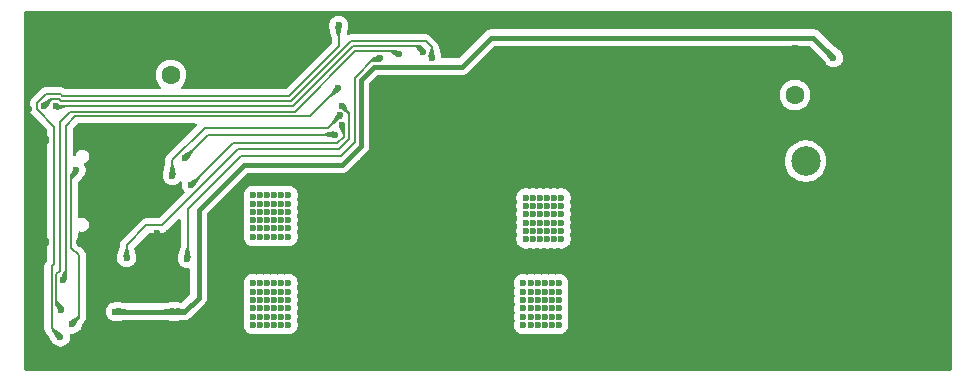
<source format=gbl>
%TF.GenerationSoftware,KiCad,Pcbnew,9.0.6*%
%TF.CreationDate,2025-12-05T19:38:51+01:00*%
%TF.ProjectId,PowerPack,506f7765-7250-4616-936b-2e6b69636164,rev?*%
%TF.SameCoordinates,Original*%
%TF.FileFunction,Copper,L2,Bot*%
%TF.FilePolarity,Positive*%
%FSLAX46Y46*%
G04 Gerber Fmt 4.6, Leading zero omitted, Abs format (unit mm)*
G04 Created by KiCad (PCBNEW 9.0.6) date 2025-12-05 19:38:51*
%MOMM*%
%LPD*%
G01*
G04 APERTURE LIST*
%TA.AperFunction,ComponentPad*%
%ADD10C,2.500000*%
%TD*%
%TA.AperFunction,ComponentPad*%
%ADD11C,1.800000*%
%TD*%
%TA.AperFunction,ComponentPad*%
%ADD12C,1.600000*%
%TD*%
%TA.AperFunction,ComponentPad*%
%ADD13O,2.100000X1.000000*%
%TD*%
%TA.AperFunction,ComponentPad*%
%ADD14O,1.800000X1.000000*%
%TD*%
%TA.AperFunction,ViaPad*%
%ADD15C,0.600000*%
%TD*%
%TA.AperFunction,Conductor*%
%ADD16C,0.200000*%
%TD*%
%TA.AperFunction,Conductor*%
%ADD17C,0.400000*%
%TD*%
G04 APERTURE END LIST*
D10*
%TO.P,CN1,1,-*%
%TO.N,GND*%
X166400000Y-98000000D03*
%TO.P,CN1,2,+*%
%TO.N,VBUSR_Source*%
X166400000Y-93000000D03*
D11*
%TO.P,CN1,3,3*%
%TO.N,GND*%
X176400000Y-90000000D03*
%TO.P,CN1,4,4*%
X176400000Y-101000000D03*
%TD*%
D12*
%TO.P,CL1,1,1*%
%TO.N,VBUSL_Source*%
X112650000Y-85700000D03*
%TO.P,CL1,2,2*%
%TO.N,GND*%
X109150000Y-85700000D03*
%TD*%
D13*
%TO.P,USB1,1,SHELL*%
%TO.N,GND*%
X105650000Y-91180000D03*
%TO.P,USB1,2,SHELL*%
X105650000Y-99820000D03*
D14*
%TO.P,USB1,3,SHELL*%
X101500000Y-91180000D03*
%TO.P,USB1,4,SHELL*%
X101500000Y-99820000D03*
%TD*%
D12*
%TO.P,CR1,1,1*%
%TO.N,VBUSR_Source*%
X165500000Y-87410000D03*
%TO.P,CR1,2,2*%
%TO.N,GND*%
X165500000Y-83910000D03*
%TD*%
D15*
%TO.N,GND*%
X102600000Y-84600000D03*
X138600000Y-80600000D03*
X148600000Y-84610000D03*
X100600000Y-84600000D03*
X178150000Y-92550000D03*
X150400000Y-110118000D03*
X131482000Y-110100000D03*
X140482000Y-110100000D03*
X150400000Y-106118000D03*
X138482000Y-110100000D03*
X150580000Y-86610000D03*
X152560000Y-90610000D03*
X141482000Y-110100000D03*
X117482000Y-106100000D03*
X134482000Y-109100000D03*
X118482000Y-110100000D03*
X117482000Y-108100000D03*
X125482000Y-110100000D03*
X116482000Y-109100000D03*
X155500000Y-92900000D03*
X132482000Y-110100000D03*
X142482000Y-110100000D03*
X158540000Y-84580000D03*
X133800000Y-88301000D03*
X144200000Y-94582000D03*
X112475000Y-100050000D03*
X150580000Y-80610000D03*
X108250000Y-91800000D03*
X178200000Y-110000000D03*
X133000000Y-89100000D03*
X148580000Y-90610000D03*
X100600000Y-86600000D03*
X133482000Y-110100000D03*
X145482000Y-110100000D03*
X116475000Y-104093000D03*
X164200000Y-110000000D03*
X107025000Y-110125000D03*
X136600000Y-80600000D03*
X115475000Y-109093000D03*
X102600000Y-80600000D03*
X152580000Y-86610000D03*
X154560000Y-90610000D03*
X142600000Y-80600000D03*
X133000000Y-87500000D03*
X133800000Y-87500000D03*
X154580000Y-80610000D03*
X102600000Y-82600000D03*
X100600000Y-82600000D03*
X140600000Y-80600000D03*
X121482000Y-110100000D03*
X139482000Y-110100000D03*
X149400000Y-110118000D03*
X135482000Y-109100000D03*
X158500000Y-92900000D03*
X131400000Y-88301000D03*
X133000000Y-88301000D03*
X131482000Y-109100000D03*
X107250000Y-90800000D03*
X158200000Y-110000000D03*
X144482000Y-110100000D03*
X150580000Y-88610000D03*
X117482000Y-109100000D03*
X100650000Y-92980000D03*
X147482000Y-110100000D03*
X158500000Y-93900000D03*
X105025000Y-110125000D03*
X172200000Y-110000000D03*
X100650000Y-95980000D03*
X143482000Y-110100000D03*
X152400000Y-108118000D03*
X116475000Y-105093000D03*
X149400000Y-109118000D03*
X106600000Y-80600000D03*
X117482000Y-107100000D03*
X152560000Y-88610000D03*
X160580000Y-80610000D03*
X154200000Y-110118000D03*
X154560000Y-84610000D03*
X122482000Y-110100000D03*
X157500000Y-93900000D03*
X111445000Y-82647000D03*
X152580000Y-80610000D03*
X124482000Y-110100000D03*
X133000000Y-89900000D03*
X170200000Y-110000000D03*
X154200000Y-108118000D03*
X106250000Y-102200000D03*
X100650000Y-93980000D03*
X136482000Y-110100000D03*
X151400000Y-106118000D03*
X109250000Y-91800000D03*
X149400000Y-107118000D03*
X130599000Y-87500000D03*
X176150000Y-94550000D03*
X156200000Y-108000000D03*
X126500000Y-109118000D03*
X101650000Y-97980000D03*
X150400000Y-109118000D03*
X130599000Y-90700000D03*
X148580000Y-88610000D03*
X178150000Y-98550000D03*
X149400000Y-108118000D03*
X131400000Y-90700000D03*
X162200000Y-110000000D03*
X160200000Y-110000000D03*
X151400000Y-107118000D03*
X170600000Y-82600000D03*
X162600000Y-80600000D03*
X156200000Y-110000000D03*
X132199000Y-89900000D03*
X176200000Y-106000000D03*
X156580000Y-80610000D03*
X106250000Y-103200000D03*
X131400000Y-87500000D03*
X135482000Y-110100000D03*
X168200000Y-110000000D03*
X158540000Y-88580000D03*
X168600000Y-80600000D03*
X109025000Y-110125000D03*
X126482000Y-110100000D03*
X176200000Y-104000000D03*
X150400000Y-108118000D03*
X144600000Y-80600000D03*
X137200000Y-89100000D03*
X106250000Y-104200000D03*
X150580000Y-84610000D03*
X117475000Y-105093000D03*
X154560000Y-88610000D03*
X116482000Y-106100000D03*
X149400000Y-106118000D03*
X158540000Y-86580000D03*
X100650000Y-94980000D03*
X127482000Y-109100000D03*
X101650000Y-93980000D03*
X146600000Y-84610000D03*
X176200000Y-110000000D03*
X112475000Y-99050000D03*
X104600000Y-82600000D03*
X151400000Y-110118000D03*
X148482000Y-110100000D03*
X117482000Y-110100000D03*
X133800000Y-90700000D03*
X156560000Y-84580000D03*
X174200000Y-110000000D03*
X120482000Y-110100000D03*
X104600000Y-80600000D03*
X151400000Y-108118000D03*
X132482000Y-109100000D03*
X133799000Y-89100000D03*
X131399000Y-89100000D03*
X108250000Y-90800000D03*
X117475000Y-104093000D03*
X124310000Y-95590000D03*
X124290000Y-94420000D03*
X128482000Y-109100000D03*
X130599000Y-88301000D03*
X111475000Y-99050000D03*
X100650000Y-97980000D03*
X101650000Y-92980000D03*
X133482000Y-109100000D03*
X151400000Y-109118000D03*
X137482000Y-110100000D03*
X116482000Y-110100000D03*
X176150000Y-98550000D03*
X164600000Y-80600000D03*
X156500000Y-92900000D03*
X143200000Y-94582000D03*
X101650000Y-94980000D03*
X176150000Y-96550000D03*
X154560000Y-86610000D03*
X113445000Y-82647000D03*
X146482000Y-110100000D03*
X178200000Y-106000000D03*
X157500000Y-92900000D03*
X155500000Y-93900000D03*
X115475000Y-110093000D03*
X132199000Y-89100000D03*
X146600000Y-80600000D03*
X166200000Y-110000000D03*
X156540000Y-90580000D03*
X145200000Y-94582000D03*
X134600000Y-80600000D03*
X119482000Y-110100000D03*
X100600000Y-80600000D03*
X132199000Y-87500000D03*
X123482000Y-110100000D03*
X146600000Y-86610000D03*
X100650000Y-96980000D03*
X158200000Y-108000000D03*
X156500000Y-93900000D03*
X116482000Y-107100000D03*
X176200000Y-108000000D03*
X110250000Y-90800000D03*
X116482000Y-108100000D03*
X156540000Y-88580000D03*
X178150000Y-96550000D03*
X176150000Y-92550000D03*
X148600000Y-80600000D03*
X129482000Y-110100000D03*
X110250000Y-91800000D03*
X130482000Y-110100000D03*
X111475000Y-100050000D03*
X133800000Y-89900000D03*
X152580000Y-84610000D03*
X152400000Y-109118000D03*
X101650000Y-96980000D03*
X137482000Y-109100000D03*
X138482000Y-109100000D03*
X101650000Y-95980000D03*
X150400000Y-107118000D03*
X178150000Y-94550000D03*
X109250000Y-90800000D03*
X152400000Y-110118000D03*
X178200000Y-104000000D03*
X127482000Y-110100000D03*
X130599000Y-89900000D03*
X132199000Y-90700000D03*
X129482000Y-109100000D03*
X148600000Y-86610000D03*
X166600000Y-80600000D03*
X109445000Y-82647000D03*
X128482000Y-110100000D03*
X131400000Y-89900000D03*
X130599000Y-89100000D03*
X160200000Y-108000000D03*
X156560000Y-86580000D03*
X150580000Y-90610000D03*
X100600000Y-88600000D03*
X158540000Y-90580000D03*
X158580000Y-80610000D03*
X136482000Y-109100000D03*
X142200000Y-94582000D03*
X152400000Y-106118000D03*
X170600000Y-80600000D03*
X152400000Y-107118000D03*
X162200000Y-108000000D03*
X134482000Y-110100000D03*
X130482000Y-109100000D03*
X132199000Y-88301000D03*
X133000000Y-90700000D03*
X178200000Y-108000000D03*
%TO.N,VBUSL_Source*%
X126557000Y-90763000D03*
X113810000Y-92760000D03*
%TO.N,VBUSL_CIO*%
X127008480Y-89129118D03*
X112780000Y-94222500D03*
%TO.N,HLED*%
X108900000Y-101200000D03*
X127140000Y-88340000D03*
%TO.N,BAT-MODE*%
X130355000Y-84295000D03*
X114050000Y-101250000D03*
%TO.N,Net-(D3-C)*%
X168750000Y-84250000D03*
X107950000Y-105750000D03*
X113000000Y-105750000D03*
%TO.N,Net-(LED1--)*%
X103550000Y-103100000D03*
X126800000Y-86850000D03*
%TO.N,Net-(Q1-G)*%
X127127356Y-89920239D03*
X114390000Y-95020000D03*
%TO.N,CIO_CC2*%
X134731000Y-84250000D03*
X101900000Y-88350000D03*
%TO.N,CIO_CC1*%
X104300000Y-106800000D03*
X104630000Y-93760000D03*
%TO.N,LED2{slash}SDA*%
X131990707Y-83959293D03*
X103350000Y-105600000D03*
%TO.N,LED1{slash}SCL*%
X103300000Y-107900000D03*
X126850000Y-81490000D03*
%TO.N,CIO_DP*%
X134031272Y-83726564D03*
X102900000Y-88350000D03*
%TO.N,Net-(QLB1-D)*%
X120200000Y-104760000D03*
X120800000Y-106860000D03*
X122000000Y-104760000D03*
X120800000Y-104060000D03*
X120200000Y-104060000D03*
X122000000Y-106160000D03*
X119600000Y-103360000D03*
X120200000Y-103360000D03*
X120200000Y-105460000D03*
X122600000Y-105460000D03*
X122600000Y-104060000D03*
X119600000Y-104760000D03*
X122600000Y-106860000D03*
X121400000Y-104060000D03*
X120800000Y-105460000D03*
X120200000Y-106860000D03*
X122000000Y-106860000D03*
X120800000Y-106160000D03*
X121400000Y-105460000D03*
X119600000Y-106860000D03*
X120200000Y-106160000D03*
X122600000Y-104760000D03*
X122600000Y-106160000D03*
X122000000Y-104060000D03*
X121400000Y-104760000D03*
X120800000Y-104760000D03*
X121400000Y-103360000D03*
X121400000Y-106160000D03*
X120800000Y-103360000D03*
X122000000Y-105460000D03*
X122000000Y-103360000D03*
X122600000Y-103360000D03*
X121400000Y-106860000D03*
X119600000Y-104060000D03*
X119600000Y-105460000D03*
X119600000Y-106160000D03*
%TO.N,Net-(QRB1-D)*%
X142500000Y-103360000D03*
X144900000Y-105460000D03*
X143700000Y-104760000D03*
X143700000Y-104060000D03*
X144300000Y-104060000D03*
X143100000Y-104760000D03*
X145500000Y-104760000D03*
X142500000Y-105460000D03*
X145500000Y-103360000D03*
X143700000Y-106160000D03*
X144300000Y-103360000D03*
X143100000Y-103360000D03*
X144300000Y-106160000D03*
X144300000Y-105460000D03*
X143100000Y-106860000D03*
X145500000Y-106860000D03*
X143100000Y-105460000D03*
X144900000Y-104760000D03*
X144900000Y-106160000D03*
X143100000Y-104060000D03*
X143700000Y-105460000D03*
X144300000Y-104760000D03*
X145500000Y-105460000D03*
X145500000Y-104060000D03*
X142500000Y-106160000D03*
X144900000Y-104060000D03*
X143700000Y-106860000D03*
X142500000Y-104760000D03*
X144900000Y-103360000D03*
X144300000Y-106860000D03*
X142500000Y-104060000D03*
X145500000Y-106160000D03*
X143700000Y-103360000D03*
X144900000Y-106860000D03*
X143100000Y-106160000D03*
X142500000Y-106860000D03*
%TO.N,Net-(QLT1-D)*%
X119600000Y-96600000D03*
X120800000Y-96600000D03*
X120200000Y-98000000D03*
X122000000Y-99400000D03*
X120200000Y-96600000D03*
X121400000Y-98700000D03*
X121400000Y-96600000D03*
X119600000Y-98000000D03*
X120200000Y-97300000D03*
X121400000Y-97300000D03*
X122600000Y-98000000D03*
X119600000Y-98700000D03*
X120800000Y-97300000D03*
X119600000Y-99400000D03*
X122000000Y-96600000D03*
X120800000Y-99400000D03*
X120200000Y-99400000D03*
X122600000Y-98700000D03*
X122600000Y-99400000D03*
X122600000Y-97300000D03*
X120200000Y-95900000D03*
X121400000Y-99400000D03*
X122600000Y-96600000D03*
X121400000Y-95900000D03*
X119600000Y-95900000D03*
X122600000Y-95900000D03*
X119600000Y-97300000D03*
X120800000Y-98700000D03*
X121400000Y-98000000D03*
X120800000Y-98000000D03*
X120800000Y-95900000D03*
X122000000Y-97300000D03*
X122000000Y-98700000D03*
X122000000Y-98000000D03*
X120200000Y-98700000D03*
X122000000Y-95900000D03*
%TO.N,Net-(QRT1-D)*%
X144500000Y-98200000D03*
X142700000Y-96800000D03*
X145100000Y-98200000D03*
X145700000Y-99600000D03*
X142700000Y-99600000D03*
X144500000Y-97500000D03*
X144500000Y-96100000D03*
X145100000Y-97500000D03*
X143300000Y-96100000D03*
X143900000Y-99600000D03*
X144500000Y-96800000D03*
X145100000Y-96800000D03*
X145100000Y-96100000D03*
X145700000Y-96800000D03*
X144500000Y-99600000D03*
X142700000Y-98200000D03*
X143900000Y-98900000D03*
X145700000Y-98900000D03*
X145100000Y-99600000D03*
X143300000Y-97500000D03*
X143300000Y-99600000D03*
X145700000Y-98200000D03*
X142700000Y-98900000D03*
X143300000Y-96800000D03*
X145700000Y-96100000D03*
X144500000Y-98900000D03*
X142700000Y-96100000D03*
X143300000Y-98900000D03*
X145100000Y-98900000D03*
X145700000Y-97500000D03*
X142700000Y-97500000D03*
X143900000Y-97500000D03*
X143900000Y-96800000D03*
X143300000Y-98200000D03*
X143900000Y-98200000D03*
X143900000Y-96100000D03*
%TD*%
D16*
%TO.N,VBUSL_Source*%
X115807000Y-90763000D02*
X113810000Y-92760000D01*
X126557000Y-90763000D02*
X115807000Y-90763000D01*
%TO.N,VBUSL_CIO*%
X127008480Y-89129118D02*
X125977598Y-90160000D01*
X112780000Y-92901873D02*
X112780000Y-94222500D01*
X115521873Y-90160000D02*
X112780000Y-92901873D01*
X125977598Y-90160000D02*
X115521873Y-90160000D01*
%TO.N,HLED*%
X108920000Y-101070000D02*
X108900000Y-101090000D01*
X110571000Y-98449000D02*
X108920000Y-100100000D01*
X118370000Y-91960000D02*
X111881000Y-98449000D01*
X127728356Y-91131644D02*
X126900000Y-91960000D01*
X127728356Y-88928356D02*
X127728356Y-91131644D01*
X126900000Y-91960000D02*
X118370000Y-91960000D01*
X108900000Y-101090000D02*
X108900000Y-101200000D01*
X111881000Y-98449000D02*
X110571000Y-98449000D01*
X108920000Y-100100000D02*
X108920000Y-101070000D01*
X127140000Y-88340000D02*
X127728356Y-88928356D01*
%TO.N,BAT-MODE*%
X128200000Y-91390000D02*
X127020000Y-92570000D01*
X128200000Y-85953480D02*
X128200000Y-91390000D01*
X130355000Y-84295000D02*
X129858480Y-84295000D01*
X118550000Y-92570000D02*
X114070000Y-97050000D01*
X129858480Y-84295000D02*
X128200000Y-85953480D01*
X127020000Y-92570000D02*
X118550000Y-92570000D01*
X114070000Y-101230000D02*
X114050000Y-101250000D01*
X114070000Y-97050000D02*
X114070000Y-101230000D01*
D17*
%TO.N,Net-(D3-C)*%
X168750000Y-84250000D02*
X167050000Y-82550000D01*
X128710000Y-91740000D02*
X127150000Y-93300000D01*
X128710000Y-86152000D02*
X128710000Y-91740000D01*
X137311364Y-85000000D02*
X129862000Y-85000000D01*
X115000000Y-104550000D02*
X113800000Y-105750000D01*
X118850000Y-93300000D02*
X115000000Y-97150000D01*
X139761364Y-82550000D02*
X137311364Y-85000000D01*
X113800000Y-105750000D02*
X113000000Y-105750000D01*
X113000000Y-105750000D02*
X107950000Y-105750000D01*
X115000000Y-97150000D02*
X115000000Y-104550000D01*
X167050000Y-82550000D02*
X139761364Y-82550000D01*
X127150000Y-93300000D02*
X118850000Y-93300000D01*
X129862000Y-85000000D02*
X128710000Y-86152000D01*
D16*
%TO.N,Net-(LED1--)*%
X124449000Y-89201000D02*
X104549000Y-89201000D01*
X103740000Y-102910000D02*
X103550000Y-103100000D01*
X126800000Y-86850000D02*
X124449000Y-89201000D01*
X103740000Y-90010000D02*
X103740000Y-102910000D01*
X104549000Y-89201000D02*
X103740000Y-90010000D01*
%TO.N,Net-(Q1-G)*%
X117940000Y-91470000D02*
X114390000Y-95020000D01*
X127127356Y-89920239D02*
X127300356Y-90093239D01*
X126750000Y-91470000D02*
X117940000Y-91470000D01*
X127300356Y-90919644D02*
X126750000Y-91470000D01*
X127300356Y-90093239D02*
X127300356Y-90919644D01*
%TO.N,CIO_CC2*%
X134218943Y-82849000D02*
X127933900Y-82849000D01*
X134731000Y-83361057D02*
X134218943Y-82849000D01*
X103348943Y-87949000D02*
X103148943Y-87749000D01*
X103148943Y-87749000D02*
X102501000Y-87749000D01*
X122833900Y-87949000D02*
X103348943Y-87949000D01*
X127933900Y-82849000D02*
X122833900Y-87949000D01*
X134731000Y-84250000D02*
X134731000Y-83361057D01*
X102501000Y-87749000D02*
X101900000Y-88350000D01*
%TO.N,CIO_CC1*%
X104220000Y-100320000D02*
X104220000Y-94170000D01*
X104850000Y-100950000D02*
X104220000Y-100320000D01*
X104220000Y-94170000D02*
X104630000Y-93760000D01*
X104300000Y-106800000D02*
X104850000Y-106250000D01*
X104850000Y-106250000D02*
X104850000Y-100950000D01*
%TO.N,LED2{slash}SDA*%
X104150000Y-88800000D02*
X103230000Y-89720000D01*
X131681000Y-83651000D02*
X128266100Y-83651000D01*
X102949000Y-102551000D02*
X102949000Y-105199000D01*
X102949000Y-105199000D02*
X103350000Y-105600000D01*
X123117100Y-88800000D02*
X104150000Y-88800000D01*
X131989293Y-83959293D02*
X131681000Y-83651000D01*
X103230000Y-89720000D02*
X103230000Y-102270000D01*
X128266100Y-83651000D02*
X123117100Y-88800000D01*
X131990707Y-83959293D02*
X131989293Y-83959293D01*
X103230000Y-102270000D02*
X102949000Y-102551000D01*
%TO.N,LED1{slash}SCL*%
X101299000Y-88101057D02*
X102052057Y-87348000D01*
X102548000Y-101902000D02*
X102780000Y-101670000D01*
X103300000Y-107900000D02*
X102548000Y-107148000D01*
X102052057Y-87348000D02*
X103315043Y-87348000D01*
X103315043Y-87348000D02*
X103467043Y-87500000D01*
X122650000Y-87500000D02*
X122641450Y-87491450D01*
X103467043Y-87500000D02*
X122650000Y-87500000D01*
X126850000Y-83282900D02*
X126850000Y-81490000D01*
X102548000Y-107148000D02*
X102548000Y-101902000D01*
X102780000Y-90079943D02*
X101299000Y-88598943D01*
X102780000Y-101670000D02*
X102780000Y-90079943D01*
X122641450Y-87491450D02*
X126850000Y-83282900D01*
X101299000Y-88598943D02*
X101299000Y-88101057D01*
%TO.N,CIO_DP*%
X134031272Y-83726564D02*
X134031272Y-83511272D01*
X133770000Y-83250000D02*
X128100000Y-83250000D01*
X128100000Y-83250000D02*
X123000000Y-88350000D01*
X123000000Y-88350000D02*
X102900000Y-88350000D01*
X134031272Y-83511272D02*
X133770000Y-83250000D01*
%TD*%
%TA.AperFunction,Conductor*%
%TO.N,GND*%
G36*
X178692539Y-80270185D02*
G01*
X178738294Y-80322989D01*
X178749500Y-80374500D01*
X178749500Y-110625500D01*
X178729815Y-110692539D01*
X178677011Y-110738294D01*
X178625500Y-110749500D01*
X100374500Y-110749500D01*
X100307461Y-110729815D01*
X100261706Y-110677011D01*
X100250500Y-110625500D01*
X100250500Y-88677997D01*
X100698498Y-88677997D01*
X100739422Y-88830726D01*
X100761670Y-88869260D01*
X100761672Y-88869263D01*
X100818479Y-88967657D01*
X100818481Y-88967660D01*
X100937349Y-89086528D01*
X100937355Y-89086533D01*
X102143181Y-90292359D01*
X102176666Y-90353682D01*
X102179500Y-90380040D01*
X102179500Y-101369902D01*
X102172858Y-101392519D01*
X102170618Y-101415988D01*
X102162236Y-101428694D01*
X102159815Y-101436941D01*
X102152970Y-101446554D01*
X102148404Y-101452359D01*
X102067480Y-101533284D01*
X102024182Y-101608279D01*
X101988423Y-101670215D01*
X101947499Y-101822943D01*
X101947499Y-101822945D01*
X101947499Y-101991046D01*
X101947500Y-101991059D01*
X101947500Y-107061330D01*
X101947499Y-107061348D01*
X101947499Y-107227054D01*
X101947498Y-107227054D01*
X101947499Y-107227057D01*
X101988423Y-107379785D01*
X101988424Y-107379786D01*
X101999788Y-107399469D01*
X101999789Y-107399472D01*
X102067475Y-107516709D01*
X102067481Y-107516717D01*
X102176803Y-107626039D01*
X102194377Y-107648165D01*
X102615111Y-108323692D01*
X102619026Y-108329879D01*
X102619208Y-108330162D01*
X102655411Y-108379591D01*
X102655413Y-108379593D01*
X102655414Y-108379594D01*
X102658219Y-108382704D01*
X102669240Y-108396863D01*
X102678207Y-108410284D01*
X102678208Y-108410285D01*
X102678211Y-108410289D01*
X102789708Y-108521786D01*
X102789712Y-108521790D01*
X102920814Y-108609390D01*
X102920827Y-108609397D01*
X103066498Y-108669735D01*
X103066503Y-108669737D01*
X103221153Y-108700499D01*
X103221156Y-108700500D01*
X103221158Y-108700500D01*
X103378844Y-108700500D01*
X103378845Y-108700499D01*
X103533497Y-108669737D01*
X103679179Y-108609394D01*
X103810289Y-108521789D01*
X103921789Y-108410289D01*
X104009394Y-108279179D01*
X104069737Y-108133497D01*
X104100500Y-107978842D01*
X104100500Y-107821158D01*
X104085938Y-107747951D01*
X104092165Y-107678361D01*
X104135027Y-107623183D01*
X104200917Y-107599938D01*
X104219713Y-107600357D01*
X104221152Y-107600498D01*
X104221158Y-107600500D01*
X104221164Y-107600500D01*
X104378844Y-107600500D01*
X104378845Y-107600499D01*
X104533497Y-107569737D01*
X104679179Y-107509394D01*
X104810289Y-107421789D01*
X104921789Y-107310289D01*
X105009394Y-107179179D01*
X105015781Y-107163756D01*
X105018544Y-107157576D01*
X105219517Y-106739591D01*
X105243586Y-106705649D01*
X105330517Y-106618719D01*
X105330517Y-106618718D01*
X105330520Y-106618716D01*
X105409577Y-106481784D01*
X105450500Y-106329057D01*
X105450500Y-101039060D01*
X105450501Y-101039047D01*
X105450501Y-100870944D01*
X105409576Y-100718214D01*
X105409573Y-100718209D01*
X105330524Y-100581290D01*
X105330518Y-100581282D01*
X104856819Y-100107583D01*
X104823334Y-100046260D01*
X104820500Y-100019902D01*
X104820500Y-99059112D01*
X104840185Y-98992073D01*
X104892989Y-98946318D01*
X104962147Y-98936374D01*
X104976585Y-98939335D01*
X105074234Y-98965500D01*
X105074236Y-98965500D01*
X105225764Y-98965500D01*
X105225766Y-98965500D01*
X105372135Y-98926281D01*
X105503365Y-98850515D01*
X105610515Y-98743365D01*
X105686281Y-98612135D01*
X105725500Y-98465766D01*
X105725500Y-98314234D01*
X105686281Y-98167865D01*
X105610515Y-98036635D01*
X105503365Y-97929485D01*
X105403830Y-97872018D01*
X105372136Y-97853719D01*
X105298950Y-97834109D01*
X105225766Y-97814500D01*
X105074234Y-97814500D01*
X105074232Y-97814500D01*
X104976592Y-97840662D01*
X104906742Y-97838999D01*
X104848880Y-97799836D01*
X104821377Y-97735607D01*
X104820500Y-97720887D01*
X104820500Y-94750797D01*
X104840185Y-94683758D01*
X104856976Y-94662959D01*
X105129629Y-94391279D01*
X105138495Y-94383260D01*
X105140278Y-94381796D01*
X105140289Y-94381789D01*
X105251789Y-94270289D01*
X105339394Y-94139179D01*
X105399737Y-93993497D01*
X105430500Y-93838842D01*
X105430500Y-93681158D01*
X105430500Y-93681155D01*
X105430499Y-93681153D01*
X105399737Y-93526503D01*
X105339794Y-93381786D01*
X105339397Y-93380827D01*
X105339390Y-93380814D01*
X105307585Y-93333215D01*
X105286707Y-93266538D01*
X105305191Y-93199158D01*
X105357170Y-93152467D01*
X105364747Y-93149669D01*
X105364631Y-93149389D01*
X105372132Y-93146281D01*
X105372135Y-93146281D01*
X105503365Y-93070515D01*
X105610515Y-92963365D01*
X105686281Y-92832135D01*
X105725500Y-92685766D01*
X105725500Y-92534234D01*
X105686281Y-92387865D01*
X105610515Y-92256635D01*
X105503365Y-92149485D01*
X105437750Y-92111602D01*
X105372136Y-92073719D01*
X105298950Y-92054109D01*
X105225766Y-92034500D01*
X105074234Y-92034500D01*
X104927863Y-92073719D01*
X104796635Y-92149485D01*
X104796632Y-92149487D01*
X104689487Y-92256632D01*
X104689485Y-92256635D01*
X104613719Y-92387863D01*
X104604746Y-92421353D01*
X104584720Y-92496095D01*
X104584275Y-92497754D01*
X104547910Y-92557415D01*
X104485063Y-92587944D01*
X104415688Y-92579649D01*
X104361810Y-92535164D01*
X104340535Y-92468612D01*
X104340500Y-92465661D01*
X104340500Y-90310097D01*
X104360185Y-90243058D01*
X104376819Y-90222416D01*
X104761417Y-89837819D01*
X104822740Y-89804334D01*
X104849098Y-89801500D01*
X114731776Y-89801500D01*
X114798815Y-89821185D01*
X114844570Y-89873989D01*
X114854514Y-89943147D01*
X114825489Y-90006703D01*
X114819457Y-90013181D01*
X112411286Y-92421351D01*
X112299481Y-92533155D01*
X112299475Y-92533163D01*
X112261177Y-92599499D01*
X112261177Y-92599500D01*
X112220423Y-92670088D01*
X112179499Y-92822816D01*
X112179499Y-92822818D01*
X112179499Y-92990919D01*
X112179500Y-92990932D01*
X112179500Y-93234555D01*
X112176281Y-93262627D01*
X111996115Y-94037800D01*
X111994661Y-94044243D01*
X111994608Y-94044485D01*
X111994605Y-94044499D01*
X111994605Y-94044503D01*
X111989555Y-94077053D01*
X111985075Y-94105923D01*
X111984859Y-94110090D01*
X111982644Y-94127848D01*
X111979500Y-94143655D01*
X111979500Y-94301346D01*
X112010261Y-94455989D01*
X112010264Y-94456001D01*
X112070602Y-94601672D01*
X112070609Y-94601685D01*
X112158210Y-94732788D01*
X112158213Y-94732792D01*
X112269707Y-94844286D01*
X112269711Y-94844289D01*
X112400814Y-94931890D01*
X112400827Y-94931897D01*
X112546498Y-94992235D01*
X112546503Y-94992237D01*
X112701153Y-95022999D01*
X112701156Y-95023000D01*
X112701158Y-95023000D01*
X112858844Y-95023000D01*
X112858845Y-95022999D01*
X113013497Y-94992237D01*
X113159179Y-94931894D01*
X113290289Y-94844289D01*
X113398802Y-94735775D01*
X113460123Y-94702292D01*
X113529815Y-94707276D01*
X113585749Y-94749147D01*
X113610166Y-94814611D01*
X113608099Y-94847649D01*
X113589500Y-94941153D01*
X113589500Y-95098846D01*
X113620261Y-95253489D01*
X113620264Y-95253501D01*
X113680602Y-95399172D01*
X113680609Y-95399185D01*
X113768210Y-95530288D01*
X113768213Y-95530292D01*
X113771661Y-95533740D01*
X113805146Y-95595063D01*
X113800162Y-95664755D01*
X113771661Y-95709102D01*
X111668584Y-97812181D01*
X111607261Y-97845666D01*
X111580903Y-97848500D01*
X110657670Y-97848500D01*
X110657654Y-97848499D01*
X110650058Y-97848499D01*
X110491943Y-97848499D01*
X110415579Y-97868961D01*
X110339214Y-97889423D01*
X110339209Y-97889426D01*
X110202290Y-97968475D01*
X110202282Y-97968481D01*
X108439481Y-99731282D01*
X108439477Y-99731287D01*
X108399655Y-99800263D01*
X108399655Y-99800264D01*
X108360423Y-99868214D01*
X108360423Y-99868215D01*
X108319499Y-100020943D01*
X108319499Y-100020945D01*
X108319499Y-100189046D01*
X108319500Y-100189059D01*
X108319500Y-100206855D01*
X108315616Y-100237647D01*
X108119146Y-101004053D01*
X108115955Y-101017233D01*
X108115826Y-101017798D01*
X108115824Y-101017805D01*
X108105345Y-101083468D01*
X108105207Y-101086036D01*
X108103007Y-101103522D01*
X108099500Y-101121157D01*
X108099500Y-101278846D01*
X108130261Y-101433489D01*
X108130264Y-101433501D01*
X108190602Y-101579172D01*
X108190609Y-101579185D01*
X108278210Y-101710288D01*
X108278213Y-101710292D01*
X108389707Y-101821786D01*
X108389711Y-101821789D01*
X108520814Y-101909390D01*
X108520827Y-101909397D01*
X108666498Y-101969735D01*
X108666503Y-101969737D01*
X108821153Y-102000499D01*
X108821156Y-102000500D01*
X108821158Y-102000500D01*
X108978844Y-102000500D01*
X108978845Y-102000499D01*
X109133497Y-101969737D01*
X109279179Y-101909394D01*
X109410289Y-101821789D01*
X109521789Y-101710289D01*
X109609394Y-101579179D01*
X109669737Y-101433497D01*
X109700500Y-101278842D01*
X109700500Y-101121158D01*
X109690599Y-101071388D01*
X109688464Y-101054993D01*
X109686692Y-101026777D01*
X109554721Y-100393791D01*
X109560309Y-100324147D01*
X109588428Y-100280806D01*
X110783417Y-99085819D01*
X110844740Y-99052334D01*
X110871098Y-99049500D01*
X111794331Y-99049500D01*
X111794347Y-99049501D01*
X111801943Y-99049501D01*
X111960054Y-99049501D01*
X111960057Y-99049501D01*
X112112785Y-99008577D01*
X112187396Y-98965500D01*
X112249716Y-98929520D01*
X112361520Y-98817716D01*
X112361520Y-98817714D01*
X112371724Y-98807511D01*
X112371727Y-98807506D01*
X113257820Y-97921414D01*
X113319142Y-97887930D01*
X113388834Y-97892914D01*
X113444767Y-97934786D01*
X113469184Y-98000250D01*
X113469500Y-98009096D01*
X113469500Y-100256855D01*
X113465616Y-100287647D01*
X113269146Y-101054053D01*
X113265955Y-101067233D01*
X113265826Y-101067798D01*
X113265824Y-101067805D01*
X113255345Y-101133468D01*
X113255207Y-101136036D01*
X113253007Y-101153522D01*
X113249500Y-101171157D01*
X113249500Y-101328846D01*
X113280261Y-101483489D01*
X113280264Y-101483501D01*
X113340602Y-101629172D01*
X113340609Y-101629185D01*
X113428210Y-101760288D01*
X113428213Y-101760292D01*
X113539707Y-101871786D01*
X113539711Y-101871789D01*
X113670814Y-101959390D01*
X113670827Y-101959397D01*
X113770060Y-102000500D01*
X113816503Y-102019737D01*
X113948691Y-102046031D01*
X113971153Y-102050499D01*
X113971156Y-102050500D01*
X113971158Y-102050500D01*
X114128842Y-102050500D01*
X114151308Y-102046031D01*
X114220898Y-102052257D01*
X114276076Y-102095119D01*
X114299322Y-102161008D01*
X114299500Y-102167648D01*
X114299500Y-104208480D01*
X114279815Y-104275519D01*
X114263181Y-104296161D01*
X113592894Y-104966447D01*
X113531571Y-104999932D01*
X113489317Y-105001743D01*
X113134143Y-104955832D01*
X113102883Y-104952935D01*
X113102869Y-104952935D01*
X113097751Y-104952461D01*
X113094950Y-104952704D01*
X113078842Y-104949500D01*
X112921158Y-104949500D01*
X112894876Y-104954727D01*
X112883198Y-104954828D01*
X112881957Y-104954475D01*
X112878353Y-104954775D01*
X112874179Y-104954647D01*
X112059530Y-105046507D01*
X112048534Y-105048033D01*
X112046438Y-105048324D01*
X112029401Y-105049500D01*
X108917854Y-105049500D01*
X108894984Y-105046563D01*
X108894844Y-105047320D01*
X108890485Y-105046510D01*
X108075821Y-104954647D01*
X108047489Y-104952361D01*
X108033283Y-104950382D01*
X108028852Y-104949501D01*
X108028842Y-104949500D01*
X107871158Y-104949500D01*
X107871155Y-104949500D01*
X107716510Y-104980261D01*
X107716498Y-104980264D01*
X107570827Y-105040602D01*
X107570814Y-105040609D01*
X107439711Y-105128210D01*
X107439707Y-105128213D01*
X107328213Y-105239707D01*
X107328210Y-105239711D01*
X107240609Y-105370814D01*
X107240602Y-105370827D01*
X107180264Y-105516498D01*
X107180261Y-105516510D01*
X107149500Y-105671153D01*
X107149500Y-105828846D01*
X107180261Y-105983489D01*
X107180264Y-105983501D01*
X107240602Y-106129172D01*
X107240609Y-106129185D01*
X107328210Y-106260288D01*
X107328213Y-106260292D01*
X107439707Y-106371786D01*
X107439711Y-106371789D01*
X107570814Y-106459390D01*
X107570827Y-106459397D01*
X107716498Y-106519735D01*
X107716503Y-106519737D01*
X107856770Y-106547638D01*
X107871153Y-106550499D01*
X107871156Y-106550500D01*
X107871158Y-106550500D01*
X108028841Y-106550500D01*
X108028842Y-106550500D01*
X108043676Y-106547548D01*
X108071656Y-106545223D01*
X108075822Y-106545351D01*
X108890489Y-106453488D01*
X108900549Y-106452092D01*
X108903564Y-106451675D01*
X108920595Y-106450500D01*
X112032150Y-106450500D01*
X112055017Y-106453429D01*
X112055157Y-106452679D01*
X112059501Y-106453485D01*
X112059511Y-106453488D01*
X112874177Y-106545351D01*
X112902515Y-106547638D01*
X112916735Y-106549620D01*
X112921158Y-106550500D01*
X112921159Y-106550500D01*
X113078842Y-106550500D01*
X113138138Y-106538704D01*
X113151866Y-106536765D01*
X113184078Y-106534043D01*
X113531776Y-106453685D01*
X113559698Y-106450500D01*
X113868996Y-106450500D01*
X113960040Y-106432389D01*
X114004328Y-106423580D01*
X114076977Y-106393488D01*
X114131807Y-106370777D01*
X114131808Y-106370776D01*
X114131811Y-106370775D01*
X114246543Y-106294114D01*
X115544114Y-104996543D01*
X115620775Y-104881811D01*
X115673580Y-104754329D01*
X115685088Y-104696472D01*
X115686323Y-104690266D01*
X115686323Y-104690263D01*
X115700500Y-104618993D01*
X115700500Y-103281153D01*
X118799500Y-103281153D01*
X118799500Y-103438846D01*
X118830260Y-103593488D01*
X118830262Y-103593493D01*
X118830263Y-103593497D01*
X118858864Y-103662547D01*
X118858865Y-103662549D01*
X118866333Y-103732018D01*
X118858865Y-103757447D01*
X118830263Y-103826503D01*
X118830262Y-103826506D01*
X118830260Y-103826511D01*
X118799500Y-103981153D01*
X118799500Y-104138846D01*
X118830260Y-104293488D01*
X118830262Y-104293493D01*
X118830263Y-104293497D01*
X118858864Y-104362547D01*
X118858865Y-104362549D01*
X118866333Y-104432018D01*
X118858865Y-104457447D01*
X118830263Y-104526503D01*
X118830262Y-104526506D01*
X118830260Y-104526511D01*
X118799500Y-104681153D01*
X118799500Y-104838846D01*
X118830260Y-104993488D01*
X118830262Y-104993493D01*
X118830263Y-104993497D01*
X118852557Y-105047320D01*
X118858865Y-105062549D01*
X118866333Y-105132018D01*
X118858865Y-105157447D01*
X118830263Y-105226503D01*
X118830262Y-105226506D01*
X118830260Y-105226511D01*
X118799500Y-105381153D01*
X118799500Y-105538846D01*
X118830260Y-105693488D01*
X118830262Y-105693493D01*
X118830263Y-105693497D01*
X118858864Y-105762547D01*
X118858865Y-105762549D01*
X118866333Y-105832018D01*
X118858865Y-105857447D01*
X118830263Y-105926503D01*
X118830262Y-105926506D01*
X118830260Y-105926511D01*
X118799500Y-106081153D01*
X118799500Y-106238846D01*
X118830260Y-106393488D01*
X118830262Y-106393493D01*
X118830263Y-106393497D01*
X118857558Y-106459394D01*
X118858865Y-106462549D01*
X118866333Y-106532018D01*
X118858865Y-106557447D01*
X118830263Y-106626503D01*
X118830262Y-106626506D01*
X118830260Y-106626511D01*
X118799500Y-106781153D01*
X118799500Y-106938846D01*
X118830261Y-107093489D01*
X118830264Y-107093501D01*
X118890602Y-107239172D01*
X118890609Y-107239185D01*
X118978210Y-107370288D01*
X118978213Y-107370292D01*
X119089707Y-107481786D01*
X119089711Y-107481789D01*
X119220814Y-107569390D01*
X119220827Y-107569397D01*
X119329420Y-107614377D01*
X119366503Y-107629737D01*
X119521153Y-107660499D01*
X119521156Y-107660500D01*
X119521158Y-107660500D01*
X119678844Y-107660500D01*
X119678845Y-107660499D01*
X119833497Y-107629737D01*
X119852547Y-107621845D01*
X119922016Y-107614377D01*
X119947452Y-107621845D01*
X119966503Y-107629737D01*
X120121153Y-107660499D01*
X120121156Y-107660500D01*
X120121158Y-107660500D01*
X120278844Y-107660500D01*
X120278845Y-107660499D01*
X120433497Y-107629737D01*
X120452547Y-107621845D01*
X120522016Y-107614377D01*
X120547452Y-107621845D01*
X120566503Y-107629737D01*
X120721153Y-107660499D01*
X120721156Y-107660500D01*
X120721158Y-107660500D01*
X120878844Y-107660500D01*
X120878845Y-107660499D01*
X121033497Y-107629737D01*
X121052547Y-107621845D01*
X121122016Y-107614377D01*
X121147452Y-107621845D01*
X121166503Y-107629737D01*
X121321153Y-107660499D01*
X121321156Y-107660500D01*
X121321158Y-107660500D01*
X121478844Y-107660500D01*
X121478845Y-107660499D01*
X121633497Y-107629737D01*
X121652547Y-107621845D01*
X121722016Y-107614377D01*
X121747452Y-107621845D01*
X121766503Y-107629737D01*
X121921153Y-107660499D01*
X121921156Y-107660500D01*
X121921158Y-107660500D01*
X122078844Y-107660500D01*
X122078845Y-107660499D01*
X122233497Y-107629737D01*
X122252547Y-107621845D01*
X122322016Y-107614377D01*
X122347452Y-107621845D01*
X122366503Y-107629737D01*
X122521153Y-107660499D01*
X122521156Y-107660500D01*
X122521158Y-107660500D01*
X122678844Y-107660500D01*
X122678845Y-107660499D01*
X122833497Y-107629737D01*
X122979179Y-107569394D01*
X123110289Y-107481789D01*
X123221789Y-107370289D01*
X123309394Y-107239179D01*
X123369737Y-107093497D01*
X123400500Y-106938842D01*
X123400500Y-106781158D01*
X123400500Y-106781155D01*
X123400499Y-106781153D01*
X123385480Y-106705649D01*
X123369737Y-106626503D01*
X123341134Y-106557450D01*
X123333666Y-106487984D01*
X123341133Y-106462552D01*
X123369737Y-106393497D01*
X123400500Y-106238842D01*
X123400500Y-106081158D01*
X123400500Y-106081155D01*
X123400499Y-106081153D01*
X123384263Y-105999531D01*
X123369737Y-105926503D01*
X123341134Y-105857450D01*
X123333666Y-105787984D01*
X123341133Y-105762552D01*
X123369737Y-105693497D01*
X123400500Y-105538842D01*
X123400500Y-105381158D01*
X123400500Y-105381155D01*
X123400499Y-105381153D01*
X123372363Y-105239707D01*
X123369737Y-105226503D01*
X123341134Y-105157450D01*
X123333666Y-105087984D01*
X123341133Y-105062552D01*
X123369737Y-104993497D01*
X123400500Y-104838842D01*
X123400500Y-104681158D01*
X123400500Y-104681155D01*
X123400499Y-104681153D01*
X123396353Y-104660308D01*
X123369737Y-104526503D01*
X123341134Y-104457450D01*
X123333666Y-104387984D01*
X123341133Y-104362552D01*
X123369737Y-104293497D01*
X123400500Y-104138842D01*
X123400500Y-103981158D01*
X123400500Y-103981155D01*
X123400499Y-103981153D01*
X123369737Y-103826503D01*
X123341134Y-103757450D01*
X123333666Y-103687984D01*
X123341133Y-103662552D01*
X123369737Y-103593497D01*
X123400500Y-103438842D01*
X123400500Y-103281158D01*
X123400500Y-103281155D01*
X123400499Y-103281153D01*
X141699500Y-103281153D01*
X141699500Y-103438846D01*
X141730260Y-103593488D01*
X141730262Y-103593493D01*
X141730263Y-103593497D01*
X141758864Y-103662547D01*
X141758865Y-103662549D01*
X141766333Y-103732018D01*
X141758865Y-103757447D01*
X141730263Y-103826503D01*
X141730262Y-103826506D01*
X141730260Y-103826511D01*
X141699500Y-103981153D01*
X141699500Y-104138846D01*
X141730260Y-104293488D01*
X141730262Y-104293493D01*
X141730263Y-104293497D01*
X141758864Y-104362547D01*
X141758865Y-104362549D01*
X141766333Y-104432018D01*
X141758865Y-104457447D01*
X141730263Y-104526503D01*
X141730262Y-104526506D01*
X141730260Y-104526511D01*
X141699500Y-104681153D01*
X141699500Y-104838846D01*
X141730260Y-104993488D01*
X141730262Y-104993493D01*
X141730263Y-104993497D01*
X141752557Y-105047320D01*
X141758865Y-105062549D01*
X141766333Y-105132018D01*
X141758865Y-105157447D01*
X141730263Y-105226503D01*
X141730262Y-105226506D01*
X141730260Y-105226511D01*
X141699500Y-105381153D01*
X141699500Y-105538846D01*
X141730260Y-105693488D01*
X141730262Y-105693493D01*
X141730263Y-105693497D01*
X141758864Y-105762547D01*
X141758865Y-105762549D01*
X141766333Y-105832018D01*
X141758865Y-105857447D01*
X141730263Y-105926503D01*
X141730262Y-105926506D01*
X141730260Y-105926511D01*
X141699500Y-106081153D01*
X141699500Y-106238846D01*
X141730260Y-106393488D01*
X141730262Y-106393493D01*
X141730263Y-106393497D01*
X141757558Y-106459394D01*
X141758865Y-106462549D01*
X141766333Y-106532018D01*
X141758865Y-106557447D01*
X141730263Y-106626503D01*
X141730262Y-106626506D01*
X141730260Y-106626511D01*
X141699500Y-106781153D01*
X141699500Y-106938846D01*
X141730261Y-107093489D01*
X141730264Y-107093501D01*
X141790602Y-107239172D01*
X141790609Y-107239185D01*
X141878210Y-107370288D01*
X141878213Y-107370292D01*
X141989707Y-107481786D01*
X141989711Y-107481789D01*
X142120814Y-107569390D01*
X142120827Y-107569397D01*
X142229420Y-107614377D01*
X142266503Y-107629737D01*
X142421153Y-107660499D01*
X142421156Y-107660500D01*
X142421158Y-107660500D01*
X142578844Y-107660500D01*
X142578845Y-107660499D01*
X142733497Y-107629737D01*
X142752547Y-107621845D01*
X142822016Y-107614377D01*
X142847452Y-107621845D01*
X142866503Y-107629737D01*
X143021153Y-107660499D01*
X143021156Y-107660500D01*
X143021158Y-107660500D01*
X143178844Y-107660500D01*
X143178845Y-107660499D01*
X143333497Y-107629737D01*
X143352547Y-107621845D01*
X143422016Y-107614377D01*
X143447452Y-107621845D01*
X143466503Y-107629737D01*
X143621153Y-107660499D01*
X143621156Y-107660500D01*
X143621158Y-107660500D01*
X143778844Y-107660500D01*
X143778845Y-107660499D01*
X143933497Y-107629737D01*
X143952547Y-107621845D01*
X144022016Y-107614377D01*
X144047452Y-107621845D01*
X144066503Y-107629737D01*
X144221153Y-107660499D01*
X144221156Y-107660500D01*
X144221158Y-107660500D01*
X144378844Y-107660500D01*
X144378845Y-107660499D01*
X144533497Y-107629737D01*
X144552547Y-107621845D01*
X144622016Y-107614377D01*
X144647452Y-107621845D01*
X144666503Y-107629737D01*
X144821153Y-107660499D01*
X144821156Y-107660500D01*
X144821158Y-107660500D01*
X144978844Y-107660500D01*
X144978845Y-107660499D01*
X145133497Y-107629737D01*
X145152547Y-107621845D01*
X145222016Y-107614377D01*
X145247452Y-107621845D01*
X145266503Y-107629737D01*
X145421153Y-107660499D01*
X145421156Y-107660500D01*
X145421158Y-107660500D01*
X145578844Y-107660500D01*
X145578845Y-107660499D01*
X145733497Y-107629737D01*
X145879179Y-107569394D01*
X146010289Y-107481789D01*
X146121789Y-107370289D01*
X146209394Y-107239179D01*
X146269737Y-107093497D01*
X146300500Y-106938842D01*
X146300500Y-106781158D01*
X146300500Y-106781155D01*
X146300499Y-106781153D01*
X146285480Y-106705649D01*
X146269737Y-106626503D01*
X146241134Y-106557450D01*
X146233666Y-106487984D01*
X146241133Y-106462552D01*
X146269737Y-106393497D01*
X146300500Y-106238842D01*
X146300500Y-106081158D01*
X146300500Y-106081155D01*
X146300499Y-106081153D01*
X146284263Y-105999531D01*
X146269737Y-105926503D01*
X146241134Y-105857450D01*
X146233666Y-105787984D01*
X146241133Y-105762552D01*
X146269737Y-105693497D01*
X146300500Y-105538842D01*
X146300500Y-105381158D01*
X146300500Y-105381155D01*
X146300499Y-105381153D01*
X146272363Y-105239707D01*
X146269737Y-105226503D01*
X146241134Y-105157450D01*
X146233666Y-105087984D01*
X146241133Y-105062552D01*
X146269737Y-104993497D01*
X146300500Y-104838842D01*
X146300500Y-104681158D01*
X146300500Y-104681155D01*
X146300499Y-104681153D01*
X146296353Y-104660308D01*
X146269737Y-104526503D01*
X146241134Y-104457450D01*
X146233666Y-104387984D01*
X146241133Y-104362552D01*
X146269737Y-104293497D01*
X146300500Y-104138842D01*
X146300500Y-103981158D01*
X146300500Y-103981155D01*
X146300499Y-103981153D01*
X146269737Y-103826503D01*
X146241134Y-103757450D01*
X146233666Y-103687984D01*
X146241133Y-103662552D01*
X146269737Y-103593497D01*
X146300500Y-103438842D01*
X146300500Y-103281158D01*
X146300500Y-103281155D01*
X146300499Y-103281153D01*
X146269738Y-103126510D01*
X146269737Y-103126503D01*
X146269735Y-103126498D01*
X146209397Y-102980827D01*
X146209390Y-102980814D01*
X146121789Y-102849711D01*
X146121786Y-102849707D01*
X146010292Y-102738213D01*
X146010288Y-102738210D01*
X145879185Y-102650609D01*
X145879172Y-102650602D01*
X145733501Y-102590264D01*
X145733489Y-102590261D01*
X145578845Y-102559500D01*
X145578842Y-102559500D01*
X145421158Y-102559500D01*
X145421155Y-102559500D01*
X145266511Y-102590260D01*
X145266506Y-102590262D01*
X145266504Y-102590262D01*
X145266503Y-102590263D01*
X145247449Y-102598155D01*
X145177982Y-102605623D01*
X145152553Y-102598156D01*
X145133497Y-102590263D01*
X145133493Y-102590262D01*
X145133488Y-102590260D01*
X144978845Y-102559500D01*
X144978842Y-102559500D01*
X144821158Y-102559500D01*
X144821155Y-102559500D01*
X144666511Y-102590260D01*
X144666506Y-102590262D01*
X144666504Y-102590262D01*
X144666503Y-102590263D01*
X144647449Y-102598155D01*
X144577982Y-102605623D01*
X144552553Y-102598156D01*
X144533497Y-102590263D01*
X144533493Y-102590262D01*
X144533488Y-102590260D01*
X144378845Y-102559500D01*
X144378842Y-102559500D01*
X144221158Y-102559500D01*
X144221155Y-102559500D01*
X144066511Y-102590260D01*
X144066506Y-102590262D01*
X144066504Y-102590262D01*
X144066503Y-102590263D01*
X144047449Y-102598155D01*
X143977982Y-102605623D01*
X143952553Y-102598156D01*
X143933497Y-102590263D01*
X143933493Y-102590262D01*
X143933488Y-102590260D01*
X143778845Y-102559500D01*
X143778842Y-102559500D01*
X143621158Y-102559500D01*
X143621155Y-102559500D01*
X143466511Y-102590260D01*
X143466506Y-102590262D01*
X143466504Y-102590262D01*
X143466503Y-102590263D01*
X143447449Y-102598155D01*
X143377982Y-102605623D01*
X143352553Y-102598156D01*
X143333497Y-102590263D01*
X143333493Y-102590262D01*
X143333488Y-102590260D01*
X143178845Y-102559500D01*
X143178842Y-102559500D01*
X143021158Y-102559500D01*
X143021155Y-102559500D01*
X142866511Y-102590260D01*
X142866506Y-102590262D01*
X142866504Y-102590262D01*
X142866503Y-102590263D01*
X142847449Y-102598155D01*
X142777982Y-102605623D01*
X142752553Y-102598156D01*
X142733497Y-102590263D01*
X142733493Y-102590262D01*
X142733488Y-102590260D01*
X142578845Y-102559500D01*
X142578842Y-102559500D01*
X142421158Y-102559500D01*
X142421155Y-102559500D01*
X142266510Y-102590261D01*
X142266498Y-102590264D01*
X142120827Y-102650602D01*
X142120814Y-102650609D01*
X141989711Y-102738210D01*
X141989707Y-102738213D01*
X141878213Y-102849707D01*
X141878210Y-102849711D01*
X141790609Y-102980814D01*
X141790602Y-102980827D01*
X141730264Y-103126498D01*
X141730261Y-103126510D01*
X141699500Y-103281153D01*
X123400499Y-103281153D01*
X123369738Y-103126510D01*
X123369737Y-103126503D01*
X123369735Y-103126498D01*
X123309397Y-102980827D01*
X123309390Y-102980814D01*
X123221789Y-102849711D01*
X123221786Y-102849707D01*
X123110292Y-102738213D01*
X123110288Y-102738210D01*
X122979185Y-102650609D01*
X122979172Y-102650602D01*
X122833501Y-102590264D01*
X122833489Y-102590261D01*
X122678845Y-102559500D01*
X122678842Y-102559500D01*
X122521158Y-102559500D01*
X122521155Y-102559500D01*
X122366511Y-102590260D01*
X122366506Y-102590262D01*
X122366504Y-102590262D01*
X122366503Y-102590263D01*
X122347449Y-102598155D01*
X122277982Y-102605623D01*
X122252553Y-102598156D01*
X122233497Y-102590263D01*
X122233493Y-102590262D01*
X122233488Y-102590260D01*
X122078845Y-102559500D01*
X122078842Y-102559500D01*
X121921158Y-102559500D01*
X121921155Y-102559500D01*
X121766511Y-102590260D01*
X121766506Y-102590262D01*
X121766504Y-102590262D01*
X121766503Y-102590263D01*
X121747449Y-102598155D01*
X121677982Y-102605623D01*
X121652553Y-102598156D01*
X121633497Y-102590263D01*
X121633493Y-102590262D01*
X121633488Y-102590260D01*
X121478845Y-102559500D01*
X121478842Y-102559500D01*
X121321158Y-102559500D01*
X121321155Y-102559500D01*
X121166511Y-102590260D01*
X121166506Y-102590262D01*
X121166504Y-102590262D01*
X121166503Y-102590263D01*
X121147449Y-102598155D01*
X121077982Y-102605623D01*
X121052553Y-102598156D01*
X121033497Y-102590263D01*
X121033493Y-102590262D01*
X121033488Y-102590260D01*
X120878845Y-102559500D01*
X120878842Y-102559500D01*
X120721158Y-102559500D01*
X120721155Y-102559500D01*
X120566511Y-102590260D01*
X120566506Y-102590262D01*
X120566504Y-102590262D01*
X120566503Y-102590263D01*
X120547449Y-102598155D01*
X120477982Y-102605623D01*
X120452553Y-102598156D01*
X120433497Y-102590263D01*
X120433493Y-102590262D01*
X120433488Y-102590260D01*
X120278845Y-102559500D01*
X120278842Y-102559500D01*
X120121158Y-102559500D01*
X120121155Y-102559500D01*
X119966511Y-102590260D01*
X119966506Y-102590262D01*
X119966504Y-102590262D01*
X119966503Y-102590263D01*
X119947449Y-102598155D01*
X119877982Y-102605623D01*
X119852553Y-102598156D01*
X119833497Y-102590263D01*
X119833493Y-102590262D01*
X119833488Y-102590260D01*
X119678845Y-102559500D01*
X119678842Y-102559500D01*
X119521158Y-102559500D01*
X119521155Y-102559500D01*
X119366510Y-102590261D01*
X119366498Y-102590264D01*
X119220827Y-102650602D01*
X119220814Y-102650609D01*
X119089711Y-102738210D01*
X119089707Y-102738213D01*
X118978213Y-102849707D01*
X118978210Y-102849711D01*
X118890609Y-102980814D01*
X118890602Y-102980827D01*
X118830264Y-103126498D01*
X118830261Y-103126510D01*
X118799500Y-103281153D01*
X115700500Y-103281153D01*
X115700500Y-97491519D01*
X115720185Y-97424480D01*
X115736819Y-97403838D01*
X117319504Y-95821153D01*
X118799500Y-95821153D01*
X118799500Y-95978846D01*
X118830260Y-96133488D01*
X118830262Y-96133493D01*
X118830263Y-96133497D01*
X118849046Y-96178844D01*
X118858865Y-96202549D01*
X118866333Y-96272018D01*
X118858865Y-96297447D01*
X118830263Y-96366503D01*
X118830262Y-96366506D01*
X118830260Y-96366511D01*
X118799500Y-96521153D01*
X118799500Y-96678846D01*
X118830260Y-96833488D01*
X118830262Y-96833493D01*
X118830263Y-96833497D01*
X118849046Y-96878844D01*
X118858865Y-96902549D01*
X118866333Y-96972018D01*
X118858865Y-96997447D01*
X118830263Y-97066503D01*
X118830262Y-97066506D01*
X118830260Y-97066511D01*
X118799500Y-97221153D01*
X118799500Y-97378846D01*
X118830260Y-97533488D01*
X118830262Y-97533493D01*
X118830263Y-97533497D01*
X118849046Y-97578844D01*
X118858865Y-97602549D01*
X118866333Y-97672018D01*
X118858865Y-97697447D01*
X118830263Y-97766503D01*
X118830262Y-97766506D01*
X118830260Y-97766511D01*
X118799500Y-97921153D01*
X118799500Y-98078846D01*
X118830260Y-98233488D01*
X118830262Y-98233493D01*
X118830263Y-98233497D01*
X118849046Y-98278844D01*
X118858865Y-98302549D01*
X118866333Y-98372018D01*
X118858865Y-98397447D01*
X118830263Y-98466503D01*
X118830262Y-98466506D01*
X118830260Y-98466511D01*
X118799500Y-98621153D01*
X118799500Y-98778846D01*
X118830260Y-98933488D01*
X118830262Y-98933493D01*
X118830263Y-98933497D01*
X118858864Y-99002547D01*
X118858865Y-99002549D01*
X118866333Y-99072018D01*
X118858865Y-99097447D01*
X118830263Y-99166503D01*
X118830262Y-99166506D01*
X118830260Y-99166511D01*
X118799500Y-99321153D01*
X118799500Y-99478846D01*
X118830261Y-99633489D01*
X118830264Y-99633501D01*
X118890602Y-99779172D01*
X118890609Y-99779185D01*
X118978210Y-99910288D01*
X118978213Y-99910292D01*
X119089707Y-100021786D01*
X119089711Y-100021789D01*
X119220814Y-100109390D01*
X119220827Y-100109397D01*
X119329420Y-100154377D01*
X119366503Y-100169737D01*
X119463641Y-100189059D01*
X119521153Y-100200499D01*
X119521156Y-100200500D01*
X119521158Y-100200500D01*
X119678844Y-100200500D01*
X119678845Y-100200499D01*
X119833497Y-100169737D01*
X119852547Y-100161845D01*
X119922016Y-100154377D01*
X119947452Y-100161845D01*
X119966503Y-100169737D01*
X120063641Y-100189059D01*
X120121153Y-100200499D01*
X120121156Y-100200500D01*
X120121158Y-100200500D01*
X120278844Y-100200500D01*
X120278845Y-100200499D01*
X120433497Y-100169737D01*
X120452547Y-100161845D01*
X120522016Y-100154377D01*
X120547452Y-100161845D01*
X120566503Y-100169737D01*
X120663641Y-100189059D01*
X120721153Y-100200499D01*
X120721156Y-100200500D01*
X120721158Y-100200500D01*
X120878844Y-100200500D01*
X120878845Y-100200499D01*
X121033497Y-100169737D01*
X121052547Y-100161845D01*
X121122016Y-100154377D01*
X121147452Y-100161845D01*
X121166503Y-100169737D01*
X121263641Y-100189059D01*
X121321153Y-100200499D01*
X121321156Y-100200500D01*
X121321158Y-100200500D01*
X121478844Y-100200500D01*
X121478845Y-100200499D01*
X121633497Y-100169737D01*
X121652547Y-100161845D01*
X121722016Y-100154377D01*
X121747452Y-100161845D01*
X121766503Y-100169737D01*
X121863641Y-100189059D01*
X121921153Y-100200499D01*
X121921156Y-100200500D01*
X121921158Y-100200500D01*
X122078844Y-100200500D01*
X122078845Y-100200499D01*
X122233497Y-100169737D01*
X122252547Y-100161845D01*
X122322016Y-100154377D01*
X122347452Y-100161845D01*
X122366503Y-100169737D01*
X122463641Y-100189059D01*
X122521153Y-100200499D01*
X122521156Y-100200500D01*
X122521158Y-100200500D01*
X122678844Y-100200500D01*
X122678845Y-100200499D01*
X122833497Y-100169737D01*
X122979179Y-100109394D01*
X123110289Y-100021789D01*
X123221789Y-99910289D01*
X123309394Y-99779179D01*
X123369737Y-99633497D01*
X123400500Y-99478842D01*
X123400500Y-99321158D01*
X123400500Y-99321155D01*
X123400499Y-99321153D01*
X123376907Y-99202549D01*
X123369737Y-99166503D01*
X123341134Y-99097450D01*
X123333666Y-99027984D01*
X123341133Y-99002552D01*
X123369737Y-98933497D01*
X123400500Y-98778842D01*
X123400500Y-98621158D01*
X123400500Y-98621155D01*
X123400499Y-98621153D01*
X123376907Y-98502549D01*
X123369737Y-98466503D01*
X123341134Y-98397450D01*
X123333666Y-98327984D01*
X123341133Y-98302552D01*
X123369737Y-98233497D01*
X123400500Y-98078842D01*
X123400500Y-97921158D01*
X123400500Y-97921155D01*
X123400499Y-97921153D01*
X123386047Y-97848499D01*
X123369737Y-97766503D01*
X123341134Y-97697450D01*
X123333666Y-97627984D01*
X123341133Y-97602552D01*
X123369737Y-97533497D01*
X123400500Y-97378842D01*
X123400500Y-97221158D01*
X123400500Y-97221155D01*
X123400499Y-97221153D01*
X123376907Y-97102549D01*
X123369737Y-97066503D01*
X123341134Y-96997450D01*
X123333666Y-96927984D01*
X123341133Y-96902552D01*
X123369737Y-96833497D01*
X123400500Y-96678842D01*
X123400500Y-96521158D01*
X123400500Y-96521155D01*
X123400499Y-96521153D01*
X123376907Y-96402549D01*
X123369737Y-96366503D01*
X123341134Y-96297450D01*
X123338663Y-96274468D01*
X123331720Y-96252421D01*
X123334633Y-96236985D01*
X123333666Y-96227984D01*
X123336059Y-96217395D01*
X123338124Y-96209817D01*
X123369737Y-96133497D01*
X123392083Y-96021153D01*
X141899500Y-96021153D01*
X141899500Y-96178846D01*
X141930260Y-96333488D01*
X141930262Y-96333493D01*
X141930263Y-96333497D01*
X141943938Y-96366511D01*
X141958865Y-96402549D01*
X141966333Y-96472018D01*
X141958865Y-96497447D01*
X141930263Y-96566503D01*
X141930262Y-96566506D01*
X141930260Y-96566511D01*
X141899500Y-96721153D01*
X141899500Y-96878846D01*
X141930260Y-97033488D01*
X141930262Y-97033493D01*
X141930263Y-97033497D01*
X141943938Y-97066511D01*
X141958865Y-97102549D01*
X141966333Y-97172018D01*
X141958865Y-97197447D01*
X141930263Y-97266503D01*
X141930262Y-97266506D01*
X141930260Y-97266511D01*
X141899500Y-97421153D01*
X141899500Y-97578846D01*
X141930260Y-97733488D01*
X141930262Y-97733493D01*
X141930263Y-97733497D01*
X141943938Y-97766511D01*
X141958865Y-97802549D01*
X141966333Y-97872018D01*
X141958865Y-97897447D01*
X141930263Y-97966503D01*
X141930262Y-97966506D01*
X141930260Y-97966511D01*
X141899500Y-98121153D01*
X141899500Y-98278846D01*
X141930260Y-98433488D01*
X141930262Y-98433493D01*
X141930263Y-98433497D01*
X141943938Y-98466511D01*
X141958865Y-98502549D01*
X141966333Y-98572018D01*
X141958865Y-98597447D01*
X141930263Y-98666503D01*
X141930262Y-98666506D01*
X141930260Y-98666511D01*
X141899500Y-98821153D01*
X141899500Y-98978846D01*
X141930260Y-99133488D01*
X141930262Y-99133493D01*
X141930263Y-99133497D01*
X141943938Y-99166511D01*
X141958865Y-99202549D01*
X141966333Y-99272018D01*
X141958865Y-99297447D01*
X141930263Y-99366503D01*
X141930262Y-99366506D01*
X141930260Y-99366511D01*
X141899500Y-99521153D01*
X141899500Y-99678846D01*
X141930261Y-99833489D01*
X141930264Y-99833501D01*
X141990602Y-99979172D01*
X141990609Y-99979185D01*
X142078210Y-100110288D01*
X142078213Y-100110292D01*
X142189707Y-100221786D01*
X142189711Y-100221789D01*
X142320814Y-100309390D01*
X142320827Y-100309397D01*
X142429420Y-100354377D01*
X142466503Y-100369737D01*
X142587440Y-100393793D01*
X142621153Y-100400499D01*
X142621156Y-100400500D01*
X142621158Y-100400500D01*
X142778844Y-100400500D01*
X142778845Y-100400499D01*
X142933497Y-100369737D01*
X142952547Y-100361845D01*
X143022016Y-100354377D01*
X143047452Y-100361845D01*
X143066503Y-100369737D01*
X143187440Y-100393793D01*
X143221153Y-100400499D01*
X143221156Y-100400500D01*
X143221158Y-100400500D01*
X143378844Y-100400500D01*
X143378845Y-100400499D01*
X143533497Y-100369737D01*
X143552547Y-100361845D01*
X143622016Y-100354377D01*
X143647452Y-100361845D01*
X143666503Y-100369737D01*
X143787440Y-100393793D01*
X143821153Y-100400499D01*
X143821156Y-100400500D01*
X143821158Y-100400500D01*
X143978844Y-100400500D01*
X143978845Y-100400499D01*
X144133497Y-100369737D01*
X144152547Y-100361845D01*
X144222016Y-100354377D01*
X144247452Y-100361845D01*
X144266503Y-100369737D01*
X144387440Y-100393793D01*
X144421153Y-100400499D01*
X144421156Y-100400500D01*
X144421158Y-100400500D01*
X144578844Y-100400500D01*
X144578845Y-100400499D01*
X144733497Y-100369737D01*
X144752547Y-100361845D01*
X144822016Y-100354377D01*
X144847452Y-100361845D01*
X144866503Y-100369737D01*
X144987440Y-100393793D01*
X145021153Y-100400499D01*
X145021156Y-100400500D01*
X145021158Y-100400500D01*
X145178844Y-100400500D01*
X145178845Y-100400499D01*
X145333497Y-100369737D01*
X145352547Y-100361845D01*
X145422016Y-100354377D01*
X145447452Y-100361845D01*
X145466503Y-100369737D01*
X145587440Y-100393793D01*
X145621153Y-100400499D01*
X145621156Y-100400500D01*
X145621158Y-100400500D01*
X145778844Y-100400500D01*
X145778845Y-100400499D01*
X145933497Y-100369737D01*
X146079179Y-100309394D01*
X146210289Y-100221789D01*
X146321789Y-100110289D01*
X146409394Y-99979179D01*
X146469737Y-99833497D01*
X146500500Y-99678842D01*
X146500500Y-99521158D01*
X146500500Y-99521155D01*
X146500499Y-99521153D01*
X146469737Y-99366503D01*
X146441134Y-99297450D01*
X146433666Y-99227984D01*
X146441133Y-99202552D01*
X146469737Y-99133497D01*
X146500500Y-98978842D01*
X146500500Y-98821158D01*
X146500500Y-98821155D01*
X146500499Y-98821153D01*
X146497783Y-98807501D01*
X146469737Y-98666503D01*
X146441134Y-98597450D01*
X146433666Y-98527984D01*
X146441133Y-98502552D01*
X146469737Y-98433497D01*
X146500500Y-98278842D01*
X146500500Y-98121158D01*
X146500500Y-98121155D01*
X146500499Y-98121153D01*
X146469737Y-97966503D01*
X146441134Y-97897450D01*
X146433666Y-97827984D01*
X146441133Y-97802552D01*
X146469737Y-97733497D01*
X146500500Y-97578842D01*
X146500500Y-97421158D01*
X146500500Y-97421155D01*
X146500499Y-97421153D01*
X146497055Y-97403838D01*
X146469737Y-97266503D01*
X146441134Y-97197450D01*
X146433666Y-97127984D01*
X146441133Y-97102552D01*
X146469737Y-97033497D01*
X146500500Y-96878842D01*
X146500500Y-96721158D01*
X146500500Y-96721155D01*
X146500499Y-96721153D01*
X146469737Y-96566503D01*
X146441134Y-96497450D01*
X146433666Y-96427984D01*
X146441133Y-96402552D01*
X146469737Y-96333497D01*
X146500500Y-96178842D01*
X146500500Y-96021158D01*
X146500500Y-96021155D01*
X146500499Y-96021153D01*
X146493631Y-95986624D01*
X146469737Y-95866503D01*
X146450955Y-95821158D01*
X146409397Y-95720827D01*
X146409390Y-95720814D01*
X146321789Y-95589711D01*
X146321786Y-95589707D01*
X146210292Y-95478213D01*
X146210288Y-95478210D01*
X146079185Y-95390609D01*
X146079172Y-95390602D01*
X145933501Y-95330264D01*
X145933489Y-95330261D01*
X145778845Y-95299500D01*
X145778842Y-95299500D01*
X145621158Y-95299500D01*
X145621155Y-95299500D01*
X145466511Y-95330260D01*
X145466506Y-95330262D01*
X145466504Y-95330262D01*
X145466503Y-95330263D01*
X145447449Y-95338155D01*
X145377982Y-95345623D01*
X145352553Y-95338156D01*
X145333497Y-95330263D01*
X145333493Y-95330262D01*
X145333488Y-95330260D01*
X145178845Y-95299500D01*
X145178842Y-95299500D01*
X145021158Y-95299500D01*
X145021155Y-95299500D01*
X144866511Y-95330260D01*
X144866506Y-95330262D01*
X144866504Y-95330262D01*
X144866503Y-95330263D01*
X144847449Y-95338155D01*
X144777982Y-95345623D01*
X144752553Y-95338156D01*
X144733497Y-95330263D01*
X144733493Y-95330262D01*
X144733488Y-95330260D01*
X144578845Y-95299500D01*
X144578842Y-95299500D01*
X144421158Y-95299500D01*
X144421155Y-95299500D01*
X144266511Y-95330260D01*
X144266506Y-95330262D01*
X144266504Y-95330262D01*
X144266503Y-95330263D01*
X144247449Y-95338155D01*
X144177982Y-95345623D01*
X144152553Y-95338156D01*
X144133497Y-95330263D01*
X144133493Y-95330262D01*
X144133488Y-95330260D01*
X143978845Y-95299500D01*
X143978842Y-95299500D01*
X143821158Y-95299500D01*
X143821155Y-95299500D01*
X143666511Y-95330260D01*
X143666506Y-95330262D01*
X143666504Y-95330262D01*
X143666503Y-95330263D01*
X143647449Y-95338155D01*
X143577982Y-95345623D01*
X143552553Y-95338156D01*
X143533497Y-95330263D01*
X143533493Y-95330262D01*
X143533488Y-95330260D01*
X143378845Y-95299500D01*
X143378842Y-95299500D01*
X143221158Y-95299500D01*
X143221155Y-95299500D01*
X143066511Y-95330260D01*
X143066506Y-95330262D01*
X143066504Y-95330262D01*
X143066503Y-95330263D01*
X143047449Y-95338155D01*
X142977982Y-95345623D01*
X142952553Y-95338156D01*
X142933497Y-95330263D01*
X142933493Y-95330262D01*
X142933488Y-95330260D01*
X142778845Y-95299500D01*
X142778842Y-95299500D01*
X142621158Y-95299500D01*
X142621155Y-95299500D01*
X142466510Y-95330261D01*
X142466498Y-95330264D01*
X142320827Y-95390602D01*
X142320814Y-95390609D01*
X142189711Y-95478210D01*
X142189707Y-95478213D01*
X142078213Y-95589707D01*
X142078210Y-95589711D01*
X141990609Y-95720814D01*
X141990602Y-95720827D01*
X141930264Y-95866498D01*
X141930261Y-95866510D01*
X141899500Y-96021153D01*
X123392083Y-96021153D01*
X123399135Y-95985701D01*
X123400500Y-95978844D01*
X123400500Y-95821155D01*
X123400499Y-95821153D01*
X123380543Y-95720827D01*
X123369737Y-95666503D01*
X123337929Y-95589711D01*
X123309397Y-95520827D01*
X123309390Y-95520814D01*
X123221789Y-95389711D01*
X123221786Y-95389707D01*
X123110292Y-95278213D01*
X123110288Y-95278210D01*
X122979185Y-95190609D01*
X122979172Y-95190602D01*
X122833501Y-95130264D01*
X122833489Y-95130261D01*
X122678845Y-95099500D01*
X122678842Y-95099500D01*
X122521158Y-95099500D01*
X122521155Y-95099500D01*
X122366511Y-95130260D01*
X122366506Y-95130262D01*
X122366504Y-95130262D01*
X122366503Y-95130263D01*
X122347449Y-95138155D01*
X122277982Y-95145623D01*
X122252553Y-95138156D01*
X122233497Y-95130263D01*
X122233493Y-95130262D01*
X122233488Y-95130260D01*
X122078845Y-95099500D01*
X122078842Y-95099500D01*
X121921158Y-95099500D01*
X121921155Y-95099500D01*
X121766511Y-95130260D01*
X121766506Y-95130262D01*
X121766504Y-95130262D01*
X121766503Y-95130263D01*
X121747449Y-95138155D01*
X121677982Y-95145623D01*
X121652553Y-95138156D01*
X121633497Y-95130263D01*
X121633493Y-95130262D01*
X121633488Y-95130260D01*
X121478845Y-95099500D01*
X121478842Y-95099500D01*
X121321158Y-95099500D01*
X121321155Y-95099500D01*
X121166511Y-95130260D01*
X121166506Y-95130262D01*
X121166504Y-95130262D01*
X121166503Y-95130263D01*
X121147449Y-95138155D01*
X121077982Y-95145623D01*
X121052553Y-95138156D01*
X121033497Y-95130263D01*
X121033493Y-95130262D01*
X121033488Y-95130260D01*
X120878845Y-95099500D01*
X120878842Y-95099500D01*
X120721158Y-95099500D01*
X120721155Y-95099500D01*
X120566511Y-95130260D01*
X120566506Y-95130262D01*
X120566504Y-95130262D01*
X120566503Y-95130263D01*
X120547449Y-95138155D01*
X120477982Y-95145623D01*
X120452553Y-95138156D01*
X120433497Y-95130263D01*
X120433493Y-95130262D01*
X120433488Y-95130260D01*
X120278845Y-95099500D01*
X120278842Y-95099500D01*
X120121158Y-95099500D01*
X120121155Y-95099500D01*
X119966511Y-95130260D01*
X119966506Y-95130262D01*
X119966504Y-95130262D01*
X119966503Y-95130263D01*
X119947449Y-95138155D01*
X119877982Y-95145623D01*
X119852553Y-95138156D01*
X119833497Y-95130263D01*
X119833493Y-95130262D01*
X119833488Y-95130260D01*
X119678845Y-95099500D01*
X119678842Y-95099500D01*
X119521158Y-95099500D01*
X119521155Y-95099500D01*
X119366510Y-95130261D01*
X119366498Y-95130264D01*
X119220827Y-95190602D01*
X119220814Y-95190609D01*
X119089711Y-95278210D01*
X119089707Y-95278213D01*
X118978213Y-95389707D01*
X118978210Y-95389711D01*
X118890609Y-95520814D01*
X118890602Y-95520827D01*
X118830264Y-95666498D01*
X118830261Y-95666510D01*
X118799500Y-95821153D01*
X117319504Y-95821153D01*
X119103838Y-94036819D01*
X119165161Y-94003334D01*
X119191519Y-94000500D01*
X127218996Y-94000500D01*
X127310040Y-93982389D01*
X127354328Y-93973580D01*
X127418069Y-93947177D01*
X127481807Y-93920777D01*
X127481808Y-93920776D01*
X127481811Y-93920775D01*
X127596543Y-93844114D01*
X128107442Y-93333215D01*
X128555400Y-92885258D01*
X164649500Y-92885258D01*
X164649500Y-93114741D01*
X164669980Y-93270293D01*
X164679452Y-93342238D01*
X164689792Y-93380827D01*
X164738842Y-93563887D01*
X164826650Y-93775876D01*
X164826657Y-93775890D01*
X164941392Y-93974617D01*
X165081081Y-94156661D01*
X165081089Y-94156670D01*
X165243330Y-94318911D01*
X165243338Y-94318918D01*
X165243339Y-94318919D01*
X165271271Y-94340352D01*
X165425382Y-94458607D01*
X165425385Y-94458608D01*
X165425388Y-94458611D01*
X165624112Y-94573344D01*
X165624117Y-94573346D01*
X165624123Y-94573349D01*
X165692518Y-94601679D01*
X165836113Y-94661158D01*
X166057762Y-94720548D01*
X166285266Y-94750500D01*
X166285273Y-94750500D01*
X166514727Y-94750500D01*
X166514734Y-94750500D01*
X166742238Y-94720548D01*
X166963887Y-94661158D01*
X167175888Y-94573344D01*
X167374612Y-94458611D01*
X167556661Y-94318919D01*
X167556665Y-94318914D01*
X167556670Y-94318911D01*
X167718911Y-94156670D01*
X167718914Y-94156665D01*
X167718919Y-94156661D01*
X167858611Y-93974612D01*
X167973344Y-93775888D01*
X168061158Y-93563887D01*
X168120548Y-93342238D01*
X168150500Y-93114734D01*
X168150500Y-92885266D01*
X168120548Y-92657762D01*
X168061158Y-92436113D01*
X167986816Y-92256635D01*
X167973349Y-92224123D01*
X167973346Y-92224117D01*
X167973344Y-92224112D01*
X167858611Y-92025388D01*
X167858608Y-92025385D01*
X167858607Y-92025382D01*
X167718918Y-91843338D01*
X167718911Y-91843330D01*
X167556670Y-91681089D01*
X167556661Y-91681081D01*
X167374617Y-91541392D01*
X167175890Y-91426657D01*
X167175876Y-91426650D01*
X166963887Y-91338842D01*
X166742238Y-91279452D01*
X166704215Y-91274446D01*
X166514741Y-91249500D01*
X166514734Y-91249500D01*
X166285266Y-91249500D01*
X166285258Y-91249500D01*
X166068715Y-91278009D01*
X166057762Y-91279452D01*
X165964076Y-91304554D01*
X165836112Y-91338842D01*
X165624123Y-91426650D01*
X165624109Y-91426657D01*
X165425382Y-91541392D01*
X165243338Y-91681081D01*
X165081081Y-91843338D01*
X164941392Y-92025382D01*
X164826657Y-92224109D01*
X164826650Y-92224123D01*
X164738842Y-92436112D01*
X164719536Y-92508163D01*
X164698160Y-92587944D01*
X164679453Y-92657759D01*
X164679451Y-92657770D01*
X164649500Y-92885258D01*
X128555400Y-92885258D01*
X128647132Y-92793526D01*
X129254111Y-92186546D01*
X129254112Y-92186545D01*
X129254114Y-92186543D01*
X129330775Y-92071811D01*
X129383580Y-91944329D01*
X129403668Y-91843339D01*
X129410500Y-91808993D01*
X129410500Y-87307648D01*
X164199500Y-87307648D01*
X164199500Y-87512352D01*
X164202449Y-87530973D01*
X164231522Y-87714534D01*
X164294781Y-87909223D01*
X164387715Y-88091613D01*
X164508028Y-88257213D01*
X164652786Y-88401971D01*
X164804607Y-88512273D01*
X164818390Y-88522287D01*
X164934607Y-88581503D01*
X165000776Y-88615218D01*
X165000778Y-88615218D01*
X165000781Y-88615220D01*
X165097063Y-88646504D01*
X165195465Y-88678477D01*
X165296557Y-88694488D01*
X165397648Y-88710500D01*
X165397649Y-88710500D01*
X165602351Y-88710500D01*
X165602352Y-88710500D01*
X165804534Y-88678477D01*
X165999219Y-88615220D01*
X166181610Y-88522287D01*
X166274590Y-88454732D01*
X166347213Y-88401971D01*
X166347215Y-88401968D01*
X166347219Y-88401966D01*
X166491966Y-88257219D01*
X166491968Y-88257215D01*
X166491971Y-88257213D01*
X166547986Y-88180114D01*
X166612287Y-88091610D01*
X166705220Y-87909219D01*
X166768477Y-87714534D01*
X166800500Y-87512352D01*
X166800500Y-87307648D01*
X166768477Y-87105466D01*
X166705220Y-86910781D01*
X166705218Y-86910778D01*
X166705218Y-86910776D01*
X166662537Y-86827011D01*
X166612287Y-86728390D01*
X166582811Y-86687819D01*
X166491971Y-86562786D01*
X166347213Y-86418028D01*
X166181613Y-86297715D01*
X166181612Y-86297714D01*
X166181610Y-86297713D01*
X166124653Y-86268691D01*
X165999223Y-86204781D01*
X165804534Y-86141522D01*
X165629995Y-86113878D01*
X165602352Y-86109500D01*
X165397648Y-86109500D01*
X165373329Y-86113351D01*
X165195465Y-86141522D01*
X165000776Y-86204781D01*
X164818386Y-86297715D01*
X164652786Y-86418028D01*
X164508028Y-86562786D01*
X164387715Y-86728386D01*
X164294781Y-86910776D01*
X164231522Y-87105465D01*
X164211928Y-87229179D01*
X164199500Y-87307648D01*
X129410500Y-87307648D01*
X129410500Y-86493519D01*
X129430185Y-86426480D01*
X129446819Y-86405838D01*
X130115838Y-85736819D01*
X130177161Y-85703334D01*
X130203519Y-85700500D01*
X137380360Y-85700500D01*
X137471404Y-85682389D01*
X137515692Y-85673580D01*
X137579433Y-85647177D01*
X137643171Y-85620777D01*
X137643172Y-85620776D01*
X137643175Y-85620775D01*
X137757907Y-85544114D01*
X140015202Y-83286819D01*
X140076525Y-83253334D01*
X140102883Y-83250500D01*
X166708481Y-83250500D01*
X166775520Y-83270185D01*
X166796162Y-83286819D01*
X167570297Y-84060954D01*
X167584396Y-84079192D01*
X167585024Y-84078762D01*
X167587530Y-84082411D01*
X167587532Y-84082415D01*
X168098633Y-84723429D01*
X168117075Y-84745114D01*
X168125711Y-84756548D01*
X168128211Y-84760289D01*
X168220703Y-84852781D01*
X168239712Y-84871790D01*
X168370814Y-84959390D01*
X168370827Y-84959397D01*
X168513241Y-85018386D01*
X168516503Y-85019737D01*
X168671153Y-85050499D01*
X168671156Y-85050500D01*
X168671158Y-85050500D01*
X168828844Y-85050500D01*
X168828845Y-85050499D01*
X168983497Y-85019737D01*
X169129179Y-84959394D01*
X169260289Y-84871789D01*
X169371789Y-84760289D01*
X169459394Y-84629179D01*
X169519737Y-84483497D01*
X169550500Y-84328842D01*
X169550500Y-84171158D01*
X169550500Y-84171155D01*
X169550499Y-84171153D01*
X169535941Y-84097964D01*
X169519737Y-84016503D01*
X169498741Y-83965814D01*
X169459397Y-83870827D01*
X169459390Y-83870814D01*
X169371790Y-83739712D01*
X169371789Y-83739711D01*
X169260289Y-83628211D01*
X169259967Y-83627996D01*
X169247708Y-83619804D01*
X169226284Y-83601668D01*
X169223427Y-83598631D01*
X168582419Y-83087534D01*
X168571894Y-83079574D01*
X168559014Y-83068357D01*
X167496546Y-82005888D01*
X167496545Y-82005887D01*
X167381807Y-81929222D01*
X167254332Y-81876421D01*
X167254322Y-81876418D01*
X167118996Y-81849500D01*
X167118994Y-81849500D01*
X167118993Y-81849500D01*
X139692371Y-81849500D01*
X139692366Y-81849500D01*
X139593440Y-81869177D01*
X139593441Y-81869178D01*
X139557039Y-81876419D01*
X139557036Y-81876419D01*
X139557035Y-81876420D01*
X139557033Y-81876420D01*
X139557032Y-81876421D01*
X139429554Y-81929224D01*
X139314818Y-82005887D01*
X139314817Y-82005888D01*
X137057526Y-84263181D01*
X136996203Y-84296666D01*
X136969845Y-84299500D01*
X135655500Y-84299500D01*
X135588461Y-84279815D01*
X135542706Y-84227011D01*
X135533156Y-84195697D01*
X135531500Y-84185665D01*
X135531500Y-84171158D01*
X135517422Y-84100391D01*
X135517097Y-84098417D01*
X135517152Y-84097964D01*
X135516103Y-84091018D01*
X135512521Y-84056441D01*
X135400884Y-83611957D01*
X135335236Y-83350580D01*
X135331501Y-83320374D01*
X135331501Y-83282002D01*
X135331501Y-83282000D01*
X135290577Y-83129272D01*
X135257495Y-83071973D01*
X135211520Y-82992341D01*
X135099716Y-82880537D01*
X135099715Y-82880536D01*
X135095385Y-82876206D01*
X135095374Y-82876196D01*
X134706533Y-82487355D01*
X134706531Y-82487352D01*
X134587660Y-82368481D01*
X134587659Y-82368480D01*
X134500847Y-82318360D01*
X134500847Y-82318359D01*
X134500843Y-82318358D01*
X134450728Y-82289423D01*
X134298000Y-82248499D01*
X134139886Y-82248499D01*
X134132290Y-82248499D01*
X134132274Y-82248500D01*
X128012957Y-82248500D01*
X127854843Y-82248500D01*
X127702115Y-82289423D01*
X127702114Y-82289423D01*
X127702112Y-82289424D01*
X127694601Y-82292535D01*
X127693657Y-82290258D01*
X127637829Y-82303786D01*
X127571809Y-82280916D01*
X127528633Y-82225983D01*
X127522010Y-82156428D01*
X127522966Y-82151926D01*
X127633885Y-81674694D01*
X127635322Y-81668325D01*
X127635394Y-81667996D01*
X127644923Y-81606584D01*
X127644923Y-81606579D01*
X127645138Y-81602431D01*
X127647354Y-81584655D01*
X127650500Y-81568842D01*
X127650500Y-81411158D01*
X127650500Y-81411155D01*
X127650499Y-81411153D01*
X127619738Y-81256510D01*
X127619737Y-81256503D01*
X127619735Y-81256498D01*
X127559397Y-81110827D01*
X127559390Y-81110814D01*
X127471789Y-80979711D01*
X127471786Y-80979707D01*
X127360292Y-80868213D01*
X127360288Y-80868210D01*
X127229185Y-80780609D01*
X127229172Y-80780602D01*
X127083501Y-80720264D01*
X127083489Y-80720261D01*
X126928845Y-80689500D01*
X126928842Y-80689500D01*
X126771158Y-80689500D01*
X126771155Y-80689500D01*
X126616510Y-80720261D01*
X126616498Y-80720264D01*
X126470827Y-80780602D01*
X126470814Y-80780609D01*
X126339711Y-80868210D01*
X126339707Y-80868213D01*
X126228213Y-80979707D01*
X126228210Y-80979711D01*
X126140609Y-81110814D01*
X126140602Y-81110827D01*
X126080264Y-81256498D01*
X126080261Y-81256510D01*
X126049500Y-81411153D01*
X126049500Y-81568842D01*
X126061405Y-81628701D01*
X126063333Y-81642288D01*
X126066112Y-81674687D01*
X126246281Y-82449871D01*
X126249500Y-82477943D01*
X126249500Y-82982803D01*
X126229815Y-83049842D01*
X126213181Y-83070484D01*
X122420484Y-86863181D01*
X122359161Y-86896666D01*
X122332803Y-86899500D01*
X113589047Y-86899500D01*
X113522008Y-86879815D01*
X113476253Y-86827011D01*
X113466309Y-86757853D01*
X113495334Y-86694297D01*
X113501366Y-86687819D01*
X113641966Y-86547219D01*
X113641968Y-86547215D01*
X113641971Y-86547213D01*
X113729687Y-86426480D01*
X113762287Y-86381610D01*
X113855220Y-86199219D01*
X113918477Y-86004534D01*
X113950500Y-85802352D01*
X113950500Y-85597648D01*
X113918477Y-85395466D01*
X113855220Y-85200781D01*
X113855218Y-85200778D01*
X113855218Y-85200776D01*
X113821503Y-85134607D01*
X113762287Y-85018390D01*
X113754556Y-85007749D01*
X113641971Y-84852786D01*
X113497213Y-84708028D01*
X113331613Y-84587715D01*
X113331612Y-84587714D01*
X113331610Y-84587713D01*
X113274653Y-84558691D01*
X113149223Y-84494781D01*
X112954534Y-84431522D01*
X112779995Y-84403878D01*
X112752352Y-84399500D01*
X112547648Y-84399500D01*
X112523329Y-84403351D01*
X112345465Y-84431522D01*
X112150776Y-84494781D01*
X111968386Y-84587715D01*
X111802786Y-84708028D01*
X111658028Y-84852786D01*
X111537715Y-85018386D01*
X111444781Y-85200776D01*
X111381522Y-85395465D01*
X111349500Y-85597648D01*
X111349500Y-85802351D01*
X111381522Y-86004534D01*
X111444781Y-86199223D01*
X111537715Y-86381613D01*
X111658028Y-86547213D01*
X111798634Y-86687819D01*
X111832119Y-86749142D01*
X111827135Y-86818834D01*
X111785263Y-86874767D01*
X111719799Y-86899184D01*
X111710953Y-86899500D01*
X103767141Y-86899500D01*
X103703137Y-86881705D01*
X103690168Y-86873889D01*
X103683759Y-86867480D01*
X103584096Y-86809940D01*
X103546828Y-86788423D01*
X103394100Y-86747499D01*
X103235986Y-86747499D01*
X103228390Y-86747499D01*
X103228374Y-86747500D01*
X101972997Y-86747500D01*
X101932076Y-86758464D01*
X101932076Y-86758465D01*
X101894808Y-86768451D01*
X101820271Y-86788423D01*
X101820266Y-86788426D01*
X101683347Y-86867475D01*
X101683339Y-86867481D01*
X100818481Y-87732339D01*
X100818475Y-87732347D01*
X100784947Y-87790421D01*
X100784947Y-87790423D01*
X100739423Y-87869271D01*
X100739423Y-87869272D01*
X100698499Y-88022000D01*
X100698499Y-88022002D01*
X100698499Y-88190103D01*
X100698500Y-88190116D01*
X100698500Y-88512273D01*
X100698499Y-88512291D01*
X100698499Y-88677997D01*
X100698498Y-88677997D01*
X100250500Y-88677997D01*
X100250500Y-80374500D01*
X100270185Y-80307461D01*
X100322989Y-80261706D01*
X100374500Y-80250500D01*
X178625500Y-80250500D01*
X178692539Y-80270185D01*
G37*
%TD.AperFunction*%
%TD*%
%TA.AperFunction,Conductor*%
%TO.N,LED1{slash}SCL*%
G36*
X102746277Y-107201881D02*
G01*
X102965456Y-107338391D01*
X103456450Y-107644193D01*
X103461661Y-107651475D01*
X103460196Y-107660309D01*
X103460014Y-107660592D01*
X103302015Y-107898734D01*
X103298734Y-107902015D01*
X103060592Y-108060014D01*
X103051804Y-108061733D01*
X103044375Y-108056733D01*
X103044193Y-108056450D01*
X102601881Y-107346277D01*
X102600417Y-107337444D01*
X102603538Y-107331822D01*
X102731821Y-107203539D01*
X102740093Y-107200113D01*
X102746277Y-107201881D01*
G37*
%TD.AperFunction*%
%TD*%
%TA.AperFunction,Conductor*%
%TO.N,Net-(D3-C)*%
G36*
X168267275Y-83482775D02*
G01*
X168908289Y-83993876D01*
X168912621Y-84001712D01*
X168910744Y-84009491D01*
X168752015Y-84248734D01*
X168748734Y-84252015D01*
X168509491Y-84410744D01*
X168500703Y-84412463D01*
X168493876Y-84408289D01*
X167982775Y-83767275D01*
X167980298Y-83758671D01*
X167983650Y-83751710D01*
X168251710Y-83483650D01*
X168259982Y-83480224D01*
X168267275Y-83482775D01*
G37*
%TD.AperFunction*%
%TD*%
%TA.AperFunction,Conductor*%
%TO.N,CIO_CC1*%
G36*
X104939666Y-106137009D02*
G01*
X104943093Y-106145282D01*
X104941937Y-106150352D01*
X104555263Y-106954560D01*
X104548590Y-106960531D01*
X104539649Y-106960034D01*
X104538249Y-106959238D01*
X104301962Y-106802303D01*
X104298695Y-106799039D01*
X104139763Y-106560227D01*
X104138032Y-106551441D01*
X104142947Y-106544055D01*
X104747030Y-106135589D01*
X104753584Y-106133582D01*
X104931393Y-106133582D01*
X104939666Y-106137009D01*
G37*
%TD.AperFunction*%
%TD*%
%TA.AperFunction,Conductor*%
%TO.N,Net-(Q1-G)*%
G36*
X127132145Y-89920208D02*
G01*
X127140835Y-89921966D01*
X127411949Y-89976815D01*
X127419378Y-89981815D01*
X127421325Y-89988600D01*
X127400664Y-90751968D01*
X127397014Y-90760145D01*
X127388968Y-90763351D01*
X127207739Y-90763351D01*
X127199466Y-90759924D01*
X127197178Y-90756685D01*
X126882258Y-90096022D01*
X126881791Y-90087080D01*
X126886290Y-90081280D01*
X127123299Y-89921965D01*
X127132076Y-89920195D01*
X127132145Y-89920208D01*
G37*
%TD.AperFunction*%
%TD*%
%TA.AperFunction,Conductor*%
%TO.N,VBUSL_CIO*%
G36*
X112878981Y-93331691D02*
G01*
X112882104Y-93337315D01*
X113071509Y-94152243D01*
X113070044Y-94161077D01*
X113062762Y-94166288D01*
X113062433Y-94166360D01*
X112782320Y-94223030D01*
X112777680Y-94223030D01*
X112497566Y-94166360D01*
X112490137Y-94161360D01*
X112488418Y-94152572D01*
X112488490Y-94152243D01*
X112677896Y-93337315D01*
X112683107Y-93330033D01*
X112689292Y-93328264D01*
X112870708Y-93328264D01*
X112878981Y-93331691D01*
G37*
%TD.AperFunction*%
%TD*%
%TA.AperFunction,Conductor*%
%TO.N,CIO_DP*%
G36*
X102970251Y-88058489D02*
G01*
X103049344Y-88076871D01*
X103054965Y-88079993D01*
X103164432Y-88189460D01*
X103164433Y-88189461D01*
X103164435Y-88189462D01*
X103232952Y-88229021D01*
X103232956Y-88229023D01*
X103293227Y-88245171D01*
X103309378Y-88249499D01*
X103309380Y-88249500D01*
X103782536Y-88249500D01*
X103790809Y-88252927D01*
X103794236Y-88261200D01*
X103794236Y-88440707D01*
X103790809Y-88448980D01*
X103785185Y-88452103D01*
X102970256Y-88641509D01*
X102961422Y-88640044D01*
X102956211Y-88632762D01*
X102956139Y-88632433D01*
X102919231Y-88450000D01*
X102899469Y-88352318D01*
X102899469Y-88347680D01*
X102931479Y-88189462D01*
X102956139Y-88067565D01*
X102961139Y-88060137D01*
X102969927Y-88058418D01*
X102970251Y-88058489D01*
G37*
%TD.AperFunction*%
%TD*%
%TA.AperFunction,Conductor*%
%TO.N,CIO_DP*%
G36*
X133452624Y-83157007D02*
G01*
X134185052Y-83471586D01*
X134191302Y-83477999D01*
X134191185Y-83486953D01*
X134190181Y-83488809D01*
X134033575Y-83724601D01*
X134030311Y-83727868D01*
X133791774Y-83886617D01*
X133782988Y-83888348D01*
X133775552Y-83883359D01*
X133775420Y-83883156D01*
X133523416Y-83486953D01*
X133438136Y-83352874D01*
X133436308Y-83346595D01*
X133436308Y-83167758D01*
X133439735Y-83159485D01*
X133448008Y-83156058D01*
X133452624Y-83157007D01*
G37*
%TD.AperFunction*%
%TD*%
%TA.AperFunction,Conductor*%
%TO.N,Net-(D3-C)*%
G36*
X113721261Y-105541433D02*
G01*
X113728032Y-105544762D01*
X113993134Y-105809864D01*
X113996561Y-105818137D01*
X113993134Y-105826410D01*
X113987496Y-105829537D01*
X113070250Y-106041526D01*
X113061417Y-106040050D01*
X113056215Y-106032761D01*
X113056155Y-106032483D01*
X112999757Y-105753011D01*
X112999756Y-105748401D01*
X113056378Y-105466459D01*
X113061367Y-105459025D01*
X113069346Y-105457162D01*
X113721261Y-105541433D01*
G37*
%TD.AperFunction*%
%TD*%
%TA.AperFunction,Conductor*%
%TO.N,HLED*%
G36*
X109018760Y-100309191D02*
G01*
X109021941Y-100315076D01*
X109191833Y-101129950D01*
X109190167Y-101138748D01*
X109182767Y-101143792D01*
X109182699Y-101143806D01*
X108902320Y-101200530D01*
X108897680Y-101200530D01*
X108617836Y-101143915D01*
X108610407Y-101138915D01*
X108608688Y-101130127D01*
X108608817Y-101129561D01*
X108817745Y-100314558D01*
X108823119Y-100307396D01*
X108829079Y-100305764D01*
X109010487Y-100305764D01*
X109018760Y-100309191D01*
G37*
%TD.AperFunction*%
%TD*%
%TA.AperFunction,Conductor*%
%TO.N,VBUSL_CIO*%
G36*
X126768789Y-88968921D02*
G01*
X126769046Y-88969086D01*
X127001497Y-89123309D01*
X127007214Y-89127102D01*
X127010495Y-89130383D01*
X127168494Y-89368525D01*
X127170213Y-89377313D01*
X127165213Y-89384742D01*
X127164931Y-89384924D01*
X127111871Y-89417970D01*
X127105688Y-89419739D01*
X127061461Y-89419739D01*
X126934171Y-89453845D01*
X126934167Y-89453847D01*
X126820045Y-89519736D01*
X126820040Y-89519740D01*
X126726857Y-89612923D01*
X126726853Y-89612928D01*
X126687891Y-89680411D01*
X126683944Y-89684492D01*
X126454758Y-89827235D01*
X126445924Y-89828700D01*
X126440300Y-89825577D01*
X126312020Y-89697297D01*
X126308593Y-89689024D01*
X126310361Y-89682841D01*
X126752674Y-88972666D01*
X126759955Y-88967456D01*
X126768789Y-88968921D01*
G37*
%TD.AperFunction*%
%TD*%
%TA.AperFunction,Conductor*%
%TO.N,BAT-MODE*%
G36*
X130194860Y-84055266D02*
G01*
X130194868Y-84055277D01*
X130354387Y-84292332D01*
X130356161Y-84296613D01*
X130410992Y-84576308D01*
X130409221Y-84585086D01*
X130401762Y-84590040D01*
X130400390Y-84590226D01*
X130277787Y-84599467D01*
X130276908Y-84599500D01*
X129809270Y-84599500D01*
X129707414Y-84626791D01*
X129678516Y-84643475D01*
X129673546Y-84645009D01*
X129653318Y-84646534D01*
X129644810Y-84643739D01*
X129644165Y-84643140D01*
X129516576Y-84515551D01*
X129513149Y-84507278D01*
X129516576Y-84499005D01*
X129518295Y-84497587D01*
X130178618Y-84052109D01*
X130187392Y-84050324D01*
X130194860Y-84055266D01*
G37*
%TD.AperFunction*%
%TD*%
%TA.AperFunction,Conductor*%
%TO.N,Net-(D3-C)*%
G36*
X112939424Y-105459443D02*
G01*
X112943598Y-105466271D01*
X113000530Y-105747680D01*
X113000530Y-105752320D01*
X112943598Y-106033728D01*
X112938598Y-106041157D01*
X112930819Y-106043034D01*
X112116153Y-105951171D01*
X112108316Y-105946839D01*
X112105764Y-105939545D01*
X112105764Y-105560454D01*
X112109191Y-105552181D01*
X112116151Y-105548828D01*
X112930819Y-105456965D01*
X112939424Y-105459443D01*
G37*
%TD.AperFunction*%
%TD*%
%TA.AperFunction,Conductor*%
%TO.N,CIO_CC2*%
G36*
X102543818Y-87663207D02*
G01*
X102545293Y-87668894D01*
X102545293Y-87845792D01*
X102543657Y-87851759D01*
X102155726Y-88506069D01*
X102148559Y-88511438D01*
X102139695Y-88510166D01*
X102139180Y-88509842D01*
X101900960Y-88351304D01*
X101897696Y-88348037D01*
X101740333Y-88111104D01*
X101738610Y-88102317D01*
X101743606Y-88094885D01*
X101744382Y-88094411D01*
X102527907Y-87658668D01*
X102536802Y-87657643D01*
X102543818Y-87663207D01*
G37*
%TD.AperFunction*%
%TD*%
%TA.AperFunction,Conductor*%
%TO.N,CIO_CC2*%
G36*
X134799919Y-83301197D02*
G01*
X134802994Y-83306620D01*
X135022248Y-84179579D01*
X135020939Y-84188438D01*
X135013750Y-84193777D01*
X135013214Y-84193898D01*
X134734015Y-84250241D01*
X134729397Y-84250243D01*
X134449217Y-84193973D01*
X134441781Y-84188984D01*
X134440050Y-84180198D01*
X134440278Y-84179265D01*
X134655712Y-83430922D01*
X134658679Y-83425891D01*
X134783374Y-83301196D01*
X134791646Y-83297770D01*
X134799919Y-83301197D01*
G37*
%TD.AperFunction*%
%TD*%
%TA.AperFunction,Conductor*%
%TO.N,Net-(Q1-G)*%
G36*
X114958179Y-94323540D02*
G01*
X115086459Y-94451820D01*
X115089886Y-94460093D01*
X115088117Y-94466278D01*
X114645806Y-95176450D01*
X114638524Y-95181661D01*
X114629690Y-95180196D01*
X114629407Y-95180014D01*
X114391265Y-95022015D01*
X114387984Y-95018734D01*
X114384191Y-95013017D01*
X114229984Y-94780590D01*
X114228266Y-94771804D01*
X114233266Y-94764375D01*
X114233511Y-94764216D01*
X114943722Y-94321881D01*
X114952555Y-94320417D01*
X114958179Y-94323540D01*
G37*
%TD.AperFunction*%
%TD*%
%TA.AperFunction,Conductor*%
%TO.N,LED2{slash}SDA*%
G36*
X131237045Y-83552836D02*
G01*
X132036979Y-83663363D01*
X132044705Y-83667890D01*
X132046967Y-83676554D01*
X132046860Y-83677198D01*
X131992160Y-83956974D01*
X131990387Y-83961256D01*
X131830964Y-84198426D01*
X131823505Y-84203380D01*
X131814727Y-84201609D01*
X131814160Y-84201203D01*
X131228362Y-83754512D01*
X131223861Y-83746770D01*
X131223756Y-83745208D01*
X131223756Y-83564427D01*
X131227183Y-83556154D01*
X131235456Y-83552727D01*
X131237045Y-83552836D01*
G37*
%TD.AperFunction*%
%TD*%
%TA.AperFunction,Conductor*%
%TO.N,Net-(LED1--)*%
G36*
X126560309Y-86689803D02*
G01*
X126560566Y-86689968D01*
X126793017Y-86844191D01*
X126798734Y-86847984D01*
X126802015Y-86851265D01*
X126960014Y-87089407D01*
X126961733Y-87098195D01*
X126956733Y-87105624D01*
X126956450Y-87105806D01*
X126246278Y-87548117D01*
X126237444Y-87549582D01*
X126231820Y-87546459D01*
X126103540Y-87418179D01*
X126100113Y-87409906D01*
X126101881Y-87403723D01*
X126544194Y-86693548D01*
X126551475Y-86688338D01*
X126560309Y-86689803D01*
G37*
%TD.AperFunction*%
%TD*%
%TA.AperFunction,Conductor*%
%TO.N,VBUSL_Source*%
G36*
X114378179Y-92063540D02*
G01*
X114506459Y-92191820D01*
X114509886Y-92200093D01*
X114508117Y-92206278D01*
X114065806Y-92916450D01*
X114058524Y-92921661D01*
X114049690Y-92920196D01*
X114049407Y-92920014D01*
X113811265Y-92762015D01*
X113807984Y-92758734D01*
X113804191Y-92753017D01*
X113649984Y-92520590D01*
X113648266Y-92511804D01*
X113653266Y-92504375D01*
X113653511Y-92504216D01*
X114363722Y-92061881D01*
X114372555Y-92060417D01*
X114378179Y-92063540D01*
G37*
%TD.AperFunction*%
%TD*%
%TA.AperFunction,Conductor*%
%TO.N,CIO_CC1*%
G36*
X104625209Y-93758063D02*
G01*
X104632671Y-93763014D01*
X104632704Y-93763064D01*
X104791351Y-94001448D01*
X104793082Y-94010234D01*
X104789869Y-94016218D01*
X104323424Y-94480996D01*
X104315166Y-94484408D01*
X104135361Y-94484408D01*
X104127088Y-94480981D01*
X104123661Y-94472708D01*
X104124081Y-94469600D01*
X104249025Y-94016218D01*
X104332883Y-93711926D01*
X104338384Y-93704862D01*
X104346404Y-93703553D01*
X104625209Y-93758063D01*
G37*
%TD.AperFunction*%
%TD*%
%TA.AperFunction,Conductor*%
%TO.N,HLED*%
G36*
X127394958Y-88183709D02*
G01*
X127395519Y-88184646D01*
X127478422Y-88339000D01*
X127687684Y-88728619D01*
X127819099Y-88973295D01*
X127819995Y-88982205D01*
X127814328Y-88989138D01*
X127808792Y-88990531D01*
X127631654Y-88990531D01*
X127625544Y-88988809D01*
X127442235Y-88876564D01*
X127438213Y-88872436D01*
X127408982Y-88821807D01*
X127408978Y-88821802D01*
X127315795Y-88728619D01*
X127315790Y-88728615D01*
X127201668Y-88662726D01*
X127201664Y-88662724D01*
X127074374Y-88628618D01*
X127074372Y-88628618D01*
X127040608Y-88628618D01*
X127034498Y-88626896D01*
X126983690Y-88595785D01*
X126978424Y-88588542D01*
X126979822Y-88579697D01*
X126980027Y-88579375D01*
X127138696Y-88340958D01*
X127141959Y-88337698D01*
X127378741Y-88180435D01*
X127387526Y-88178713D01*
X127394958Y-88183709D01*
G37*
%TD.AperFunction*%
%TD*%
%TA.AperFunction,Conductor*%
%TO.N,VBUSL_Source*%
G36*
X126495577Y-90472955D02*
G01*
X126500788Y-90480237D01*
X126500860Y-90480566D01*
X126557530Y-90760680D01*
X126557530Y-90765320D01*
X126500860Y-91045433D01*
X126495860Y-91052862D01*
X126487072Y-91054581D01*
X126486743Y-91054509D01*
X125671815Y-90865103D01*
X125664533Y-90859892D01*
X125662764Y-90853707D01*
X125662764Y-90672292D01*
X125666191Y-90664019D01*
X125671813Y-90660896D01*
X126486743Y-90471490D01*
X126495577Y-90472955D01*
G37*
%TD.AperFunction*%
%TD*%
%TA.AperFunction,Conductor*%
%TO.N,Net-(D3-C)*%
G36*
X108833848Y-105548828D02*
G01*
X108841684Y-105553160D01*
X108844236Y-105560454D01*
X108844236Y-105939545D01*
X108840809Y-105947818D01*
X108833847Y-105951171D01*
X108019180Y-106043034D01*
X108010575Y-106040556D01*
X108006401Y-106033728D01*
X107989462Y-105950000D01*
X107949469Y-105752318D01*
X107949469Y-105747680D01*
X107988823Y-105553160D01*
X108006401Y-105466270D01*
X108011401Y-105458842D01*
X108019179Y-105456965D01*
X108833848Y-105548828D01*
G37*
%TD.AperFunction*%
%TD*%
%TA.AperFunction,Conductor*%
%TO.N,LED2{slash}SDA*%
G36*
X103052358Y-104875291D02*
G01*
X103052440Y-104875373D01*
X103589588Y-105423279D01*
X103592932Y-105431586D01*
X103589424Y-105439825D01*
X103587760Y-105441180D01*
X103351963Y-105599680D01*
X103347681Y-105601453D01*
X103066535Y-105656421D01*
X103057758Y-105654645D01*
X103052974Y-105647912D01*
X102852857Y-104886538D01*
X102854069Y-104877666D01*
X102861199Y-104872248D01*
X102864173Y-104871864D01*
X103044085Y-104871864D01*
X103052358Y-104875291D01*
G37*
%TD.AperFunction*%
%TD*%
%TA.AperFunction,Conductor*%
%TO.N,BAT-MODE*%
G36*
X114168760Y-100359191D02*
G01*
X114171941Y-100365076D01*
X114341833Y-101179950D01*
X114340167Y-101188748D01*
X114332767Y-101193792D01*
X114332699Y-101193806D01*
X114052320Y-101250530D01*
X114047680Y-101250530D01*
X113767836Y-101193915D01*
X113760407Y-101188915D01*
X113758688Y-101180127D01*
X113758817Y-101179561D01*
X113967745Y-100364558D01*
X113973119Y-100357396D01*
X113979079Y-100355764D01*
X114160487Y-100355764D01*
X114168760Y-100359191D01*
G37*
%TD.AperFunction*%
%TD*%
%TA.AperFunction,Conductor*%
%TO.N,LED1{slash}SCL*%
G36*
X127132433Y-81546139D02*
G01*
X127139862Y-81551139D01*
X127141581Y-81559927D01*
X127141509Y-81560256D01*
X126952104Y-82375185D01*
X126946893Y-82382467D01*
X126940708Y-82384236D01*
X126759292Y-82384236D01*
X126751019Y-82380809D01*
X126747896Y-82375185D01*
X126558490Y-81560256D01*
X126559955Y-81551422D01*
X126567237Y-81546211D01*
X126567545Y-81546143D01*
X126847682Y-81489469D01*
X126852318Y-81489469D01*
X127132433Y-81546139D01*
G37*
%TD.AperFunction*%
%TD*%
%TA.AperFunction,Conductor*%
%TO.N,Net-(LED1--)*%
G36*
X103836637Y-102277315D02*
G01*
X103840064Y-102285523D01*
X103844182Y-103031848D01*
X103840801Y-103040140D01*
X103834802Y-103043381D01*
X103554789Y-103100030D01*
X103546001Y-103098311D01*
X103545942Y-103098272D01*
X103309199Y-102939137D01*
X103304245Y-102931678D01*
X103305322Y-102924074D01*
X103636734Y-102280233D01*
X103643568Y-102274446D01*
X103647137Y-102273888D01*
X103828364Y-102273888D01*
X103836637Y-102277315D01*
G37*
%TD.AperFunction*%
%TD*%
M02*

</source>
